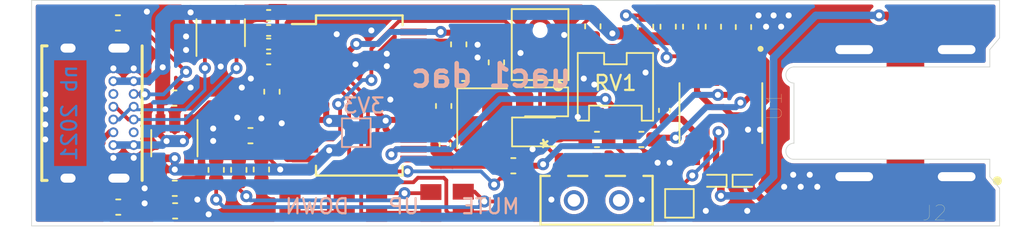
<source format=kicad_pcb>
(kicad_pcb (version 20171130) (host pcbnew 5.1.10)
  (layers (0 F.Cu signal) (31 B.Cu signal) (34 B.Paste user) (35 F.Paste user) (36 B.SilkS user hide) (37 F.SilkS user) (38 B.Mask user) (39 F.Mask user hide) (44 Edge.Cuts user))
  (net 0 "")
  (net 1 DAC_L)
  (net 2 "Net-(C1-Pad1)")
  (net 3 DAC_R)
  (net 4 "Net-(C2-Pad1)")
  (net 5 "Net-(C3-Pad2)")
  (net 6 "Net-(C3-Pad1)")
  (net 7 GND)
  (net 8 /DD_P)
  (net 9 +3V3)
  (net 10 /DD_N)
  (net 11 "Net-(C7-Pad2)")
  (net 12 "Net-(C8-Pad2)")
  (net 13 "Net-(C8-Pad1)")
  (net 14 "Net-(C11-Pad2)")
  (net 15 "Net-(C12-Pad2)")
  (net 16 "Net-(C17-Pad2)")
  (net 17 "Net-(D1-Pad2)")
  (net 18 "Net-(D2-Pad2)")
  (net 19 "Net-(D3-Pad2)")
  (net 20 VSS)
  (net 21 "Net-(D4-Pad1)")
  (net 22 VCC)
  (net 23 "Net-(J1-PadA5)")
  (net 24 /UD_P)
  (net 25 /UD_N)
  (net 26 "Net-(J1-PadA8)")
  (net 27 "Net-(J1-PadB5)")
  (net 28 "Net-(J1-PadB8)")
  (net 29 "Net-(MK1-Pad5)")
  (net 30 "Net-(MK1-Pad1)")
  (net 31 "Net-(R1-Pad2)")
  (net 32 "Net-(R8-Pad1)")
  (net 33 "Net-(R9-Pad1)")
  (net 34 "Net-(R10-Pad1)")
  (net 35 "Net-(SW2-Pad2)")
  (net 36 "Net-(SW3-Pad2)")
  (net 37 "Net-(SW4-Pad2)")
  (net 38 "Net-(TP1-Pad1)")
  (net 39 "Net-(U2-Pad6)")
  (net 40 "Net-(U2-Pad4)")
  (net 41 "Net-(U3-Pad25)")
  (net 42 "Net-(U3-Pad24)")
  (net 43 "Net-(R2-Pad1)")
  (net 44 "Net-(U3-Pad28)")
  (module dac:CUI_SJ-3502-SMT (layer F.Cu) (at 172 109 180)
    (fp_text reference J2 (at -2.67897 -6.64483) (layer F.SilkS) (effects (font (size 1.00148 1.00148) (thickness 0.015))))
    (fp_text value SJ-3502-SMT)
    (pad 1_4 thru_hole oval (at -4.15 4.225 180) (size 3.2 1.6) (drill oval 2.5 0.6) (layers *.Cu *.Mask) (net 7 GND))
    (pad 1_1 thru_hole oval (at 2.65 -4.225 180) (size 3.2 1.6) (drill oval 2.5 0.6) (layers *.Cu *.Mask) (net 7 GND))
    (pad 1_3 thru_hole oval (at -4.15 -4.225 180) (size 3.2 1.6) (drill oval 2.5 0.6) (layers *.Cu *.Mask) (net 7 GND))
    (pad 1_2 thru_hole oval (at 2.65 4.225 180) (size 3.2 1.6) (drill oval 2.5 0.6) (layers *.Cu *.Mask) (net 7 GND))
    (pad 3 smd rect (at -0.75 4.285 180) (size 2.5 2.43) (layers F.Cu F.Paste F.Mask) (net 21 "Net-(D4-Pad1)"))
    (pad 2 smd rect (at -0.75 -4.285 180) (size 2.5 2.43) (layers F.Cu F.Paste F.Mask) (net 19 "Net-(D3-Pad2)"))
  )
  (module Capacitor_SMD:C_0603_1608Metric (layer F.Cu) (at 124.225 108 180)
    (fp_text reference C14 hide)
    (fp_text value 10uF)
    (pad 2 smd roundrect (at 0.775 0 180) (size 0.9 0.95) (layers F.Cu F.Paste F.Mask) (net 22 VCC))
    (pad 1 smd roundrect (at -0.775 0 180) (size 0.9 0.95) (layers F.Cu F.Paste F.Mask) (net 7 GND))
  )
  (module Package_TO_SOT_SMD:SOT-23-6 (layer F.Cu) (at 127.3 103.65 90)
    (fp_text reference U2 hide)
    (fp_text value SRV05-4)
    (pad 1 smd rect (at -1.1 -0.95 90) (size 1.06 0.65) (layers F.Cu F.Paste F.Mask) (net 24 /UD_P))
    (pad 2 smd rect (at -1.1 0 90) (size 1.06 0.65) (layers F.Cu F.Paste F.Mask) (net 7 GND))
    (pad 3 smd rect (at -1.1 0.95 90) (size 1.06 0.65) (layers F.Cu F.Paste F.Mask) (net 25 /UD_N))
    (pad 4 smd rect (at 1.1 0.95 90) (size 1.06 0.65) (layers F.Cu F.Paste F.Mask) (net 40 "Net-(U2-Pad4)"))
    (pad 6 smd rect (at 1.1 -0.95 90) (size 1.06 0.65) (layers F.Cu F.Paste F.Mask) (net 39 "Net-(U2-Pad6)"))
    (pad 5 smd rect (at 1.1 0 90) (size 1.06 0.65) (layers F.Cu F.Paste F.Mask) (net 22 VCC))
  )
  (module TestPoint:TestPoint_Pad_1.5x1.5mm (layer B.Cu) (at 136.3 110.3)
    (fp_text reference 3V3 (at 0.5 -1.8) (layer B.SilkS) (effects (justify mirror)))
    (fp_text value 3V3)
    (pad 1 smd rect (at 0 0) (size 1.5 1.5) (layers B.Cu B.Mask) (net 9 +3V3))
  )
  (module dac:SOP63P602X175-16N (layer F.Cu) (at 160.5 109 270)
    (fp_text reference U1 (at -0.46 -3.5595 90) (layer F.SilkS) (effects (font (thickness 0.015))))
    (fp_text value MAX13330GEEV hide)
    (pad 1 smd rect (at -2.635 -2.2225 270) (size 1.64 0.41) (layers F.Cu F.Paste F.Mask) (net 2 "Net-(C1-Pad1)"))
    (pad 2 smd rect (at -2.635 -1.5875 270) (size 1.64 0.41) (layers F.Cu F.Paste F.Mask) (net 7 GND))
    (pad 3 smd rect (at -2.635 -0.9525 270) (size 1.64 0.41) (layers F.Cu F.Paste F.Mask) (net 4 "Net-(C2-Pad1)"))
    (pad 4 smd rect (at -2.635 -0.3175 270) (size 1.64 0.41) (layers F.Cu F.Paste F.Mask) (net 7 GND))
    (pad 5 smd rect (at -2.635 0.3175 270) (size 1.64 0.41) (layers F.Cu F.Paste F.Mask) (net 22 VCC))
    (pad 6 smd rect (at -2.635 0.9525 270) (size 1.64 0.41) (layers F.Cu F.Paste F.Mask) (net 31 "Net-(R1-Pad2)"))
    (pad 7 smd rect (at -2.635 1.5875 270) (size 1.64 0.41) (layers F.Cu F.Paste F.Mask) (net 11 "Net-(C7-Pad2)"))
    (pad 8 smd rect (at -2.635 2.2225 270) (size 1.64 0.41) (layers F.Cu F.Paste F.Mask) (net 5 "Net-(C3-Pad2)"))
    (pad 9 smd rect (at 2.635 2.2225 270) (size 1.64 0.41) (layers F.Cu F.Paste F.Mask) (net 7 GND))
    (pad 10 smd rect (at 2.635 1.5875 270) (size 1.64 0.41) (layers F.Cu F.Paste F.Mask) (net 6 "Net-(C3-Pad1)"))
    (pad 11 smd rect (at 2.635 0.9525 270) (size 1.64 0.41) (layers F.Cu F.Paste F.Mask) (net 20 VSS))
    (pad 12 smd rect (at 2.635 0.3175 270) (size 1.64 0.41) (layers F.Cu F.Paste F.Mask) (net 38 "Net-(TP1-Pad1)"))
    (pad 13 smd rect (at 2.635 -0.3175 270) (size 1.64 0.41) (layers F.Cu F.Paste F.Mask) (net 21 "Net-(D4-Pad1)"))
    (pad 14 smd rect (at 2.635 -0.9525 270) (size 1.64 0.41) (layers F.Cu F.Paste F.Mask) (net 20 VSS))
    (pad 15 smd rect (at 2.635 -1.5875 270) (size 1.64 0.41) (layers F.Cu F.Paste F.Mask) (net 7 GND))
    (pad 16 smd rect (at 2.635 -2.2225 270) (size 1.64 0.41) (layers F.Cu F.Paste F.Mask) (net 19 "Net-(D3-Pad2)"))
  )
  (module Crystal:Crystal_SMD_3225-4Pin_3.2x2.5mm (layer F.Cu) (at 144.65 109.35 270)
    (fp_text reference Y1 hide)
    (fp_text value 12MHz hide)
    (pad 4 smd rect (at -1.1 -0.85 270) (size 1.4 1.2) (layers F.Cu F.Paste F.Mask) (net 7 GND))
    (pad 3 smd rect (at 1.1 -0.85 270) (size 1.4 1.2) (layers F.Cu F.Paste F.Mask) (net 15 "Net-(C12-Pad2)"))
    (pad 2 smd rect (at 1.1 0.85 270) (size 1.4 1.2) (layers F.Cu F.Paste F.Mask) (net 7 GND))
    (pad 1 smd rect (at -1.1 0.85 270) (size 1.4 1.2) (layers F.Cu F.Paste F.Mask) (net 14 "Net-(C11-Pad2)"))
  )
  (module Package_TO_SOT_SMD:TSOT-23-5 (layer F.Cu) (at 124.25 111 270)
    (fp_text reference U4 hide)
    (fp_text value NCV8161ASN330T1G)
    (pad 5 smd rect (at 1.31 -0.95 270) (size 1.22 0.65) (layers F.Cu F.Paste F.Mask))
    (pad 4 smd rect (at 1.31 0.95 270) (size 1.22 0.65) (layers F.Cu F.Paste F.Mask) (net 9 +3V3))
    (pad 3 smd rect (at -1.31 0.95 270) (size 1.22 0.65) (layers F.Cu F.Paste F.Mask) (net 22 VCC))
    (pad 2 smd rect (at -1.31 0 270) (size 1.22 0.65) (layers F.Cu F.Paste F.Mask) (net 7 GND))
    (pad 1 smd rect (at -1.31 -0.95 270) (size 1.22 0.65) (layers F.Cu F.Paste F.Mask) (net 22 VCC))
  )
  (module Package_SO:SSOP-28_5.3x10.2mm_P0.65mm (layer F.Cu) (at 136.5 107.825)
    (fp_text reference U3 hide)
    (fp_text value PCM2903C_ordered hide)
    (pad 28 smd rect (at 3.6 -4.225) (size 1.75 0.45) (layers F.Cu F.Paste F.Mask) (net 44 "Net-(U3-Pad28)"))
    (pad 27 smd rect (at 3.6 -3.575) (size 1.75 0.45) (layers F.Cu F.Paste F.Mask) (net 9 +3V3))
    (pad 26 smd rect (at 3.6 -2.925) (size 1.75 0.45) (layers F.Cu F.Paste F.Mask) (net 7 GND))
    (pad 25 smd rect (at 3.6 -2.275) (size 1.75 0.45) (layers F.Cu F.Paste F.Mask) (net 41 "Net-(U3-Pad25)"))
    (pad 24 smd rect (at 3.6 -1.625) (size 1.75 0.45) (layers F.Cu F.Paste F.Mask) (net 42 "Net-(U3-Pad24)"))
    (pad 23 smd rect (at 3.6 -0.975) (size 1.75 0.45) (layers F.Cu F.Paste F.Mask) (net 9 +3V3))
    (pad 22 smd rect (at 3.6 -0.325) (size 1.75 0.45) (layers F.Cu F.Paste F.Mask) (net 7 GND))
    (pad 21 smd rect (at 3.6 0.325) (size 1.75 0.45) (layers F.Cu F.Paste F.Mask) (net 14 "Net-(C11-Pad2)"))
    (pad 20 smd rect (at 3.6 0.975) (size 1.75 0.45) (layers F.Cu F.Paste F.Mask) (net 15 "Net-(C12-Pad2)"))
    (pad 19 smd rect (at 3.6 1.625) (size 1.75 0.45) (layers F.Cu F.Paste F.Mask) (net 9 +3V3))
    (pad 18 smd rect (at 3.6 2.275) (size 1.75 0.45) (layers F.Cu F.Paste F.Mask) (net 7 GND))
    (pad 17 smd rect (at 3.6 2.925) (size 1.75 0.45) (layers F.Cu F.Paste F.Mask) (net 9 +3V3))
    (pad 16 smd rect (at 3.6 3.575) (size 1.75 0.45) (layers F.Cu F.Paste F.Mask) (net 1 DAC_L))
    (pad 15 smd rect (at 3.6 4.225) (size 1.75 0.45) (layers F.Cu F.Paste F.Mask) (net 3 DAC_R))
    (pad 14 smd rect (at -3.6 4.225) (size 1.75 0.45) (layers F.Cu F.Paste F.Mask) (net 16 "Net-(C17-Pad2)"))
    (pad 13 smd rect (at -3.6 3.575) (size 1.75 0.45) (layers F.Cu F.Paste F.Mask) (net 13 "Net-(C8-Pad1)"))
    (pad 12 smd rect (at -3.6 2.925) (size 1.75 0.45) (layers F.Cu F.Paste F.Mask) (net 13 "Net-(C8-Pad1)"))
    (pad 11 smd rect (at -3.6 2.275) (size 1.75 0.45) (layers F.Cu F.Paste F.Mask) (net 7 GND))
    (pad 10 smd rect (at -3.6 1.625) (size 1.75 0.45) (layers F.Cu F.Paste F.Mask) (net 9 +3V3))
    (pad 9 smd rect (at -3.6 0.975) (size 1.75 0.45) (layers F.Cu F.Paste F.Mask) (net 22 VCC))
    (pad 8 smd rect (at -3.6 0.325) (size 1.75 0.45) (layers F.Cu F.Paste F.Mask) (net 9 +3V3))
    (pad 7 smd rect (at -3.6 -0.325) (size 1.75 0.45) (layers F.Cu F.Paste F.Mask) (net 37 "Net-(SW4-Pad2)"))
    (pad 6 smd rect (at -3.6 -0.975) (size 1.75 0.45) (layers F.Cu F.Paste F.Mask) (net 36 "Net-(SW3-Pad2)"))
    (pad 5 smd rect (at -3.6 -1.625) (size 1.75 0.45) (layers F.Cu F.Paste F.Mask) (net 35 "Net-(SW2-Pad2)"))
    (pad 4 smd rect (at -3.6 -2.275) (size 1.75 0.45) (layers F.Cu F.Paste F.Mask) (net 7 GND))
    (pad 3 smd rect (at -3.6 -2.925) (size 1.75 0.45) (layers F.Cu F.Paste F.Mask) (net 9 +3V3))
    (pad 2 smd rect (at -3.6 -3.575) (size 1.75 0.45) (layers F.Cu F.Paste F.Mask) (net 10 /DD_N))
    (pad 1 smd rect (at -3.6 -4.225) (size 1.75 0.45) (layers F.Cu F.Paste F.Mask) (net 8 /DD_P))
  )
  (module TestPoint:TestPoint_Pad_1.5x1.5mm (layer F.Cu) (at 157.75 115)
    (fp_text reference TP1 hide)
    (fp_text value diag)
    (pad 1 smd rect (at 0 0) (size 1.5 1.5) (layers F.Cu F.Mask) (net 38 "Net-(TP1-Pad1)"))
  )
  (module dac:EVQ-P7K01P (layer F.Cu) (at 133.7 113.5)
    (fp_text reference SW4 hide)
    (fp_text value "VOL DN")
    (pad 2 smd rect (at 1.8 2.175) (size 1.4 1.05) (layers F.Cu F.Paste F.Mask) (net 37 "Net-(SW4-Pad2)"))
    (pad 2 smd rect (at -1.8 2.175) (size 1.4 1.05) (layers F.Cu F.Paste F.Mask) (net 37 "Net-(SW4-Pad2)"))
    (pad 1 smd rect (at 1.8 0.725) (size 1.4 1.05) (layers F.Cu F.Paste F.Mask) (net 34 "Net-(R10-Pad1)"))
    (pad 1 smd rect (at -1.8 0.725) (size 1.4 1.05) (layers F.Cu F.Paste F.Mask) (net 34 "Net-(R10-Pad1)"))
  )
  (module dac:EVQ-P7K01P (layer F.Cu) (at 139.45 113.525)
    (fp_text reference SW3 hide)
    (fp_text value "VOL UP")
    (pad 2 smd rect (at 1.8 2.175) (size 1.4 1.05) (layers F.Cu F.Paste F.Mask) (net 36 "Net-(SW3-Pad2)"))
    (pad 2 smd rect (at -1.8 2.175) (size 1.4 1.05) (layers F.Cu F.Paste F.Mask) (net 36 "Net-(SW3-Pad2)"))
    (pad 1 smd rect (at 1.8 0.725) (size 1.4 1.05) (layers F.Cu F.Paste F.Mask) (net 33 "Net-(R9-Pad1)"))
    (pad 1 smd rect (at -1.8 0.725) (size 1.4 1.05) (layers F.Cu F.Paste F.Mask) (net 33 "Net-(R9-Pad1)"))
  )
  (module dac:EVQ-P7K01P (layer F.Cu) (at 145.2 113.5)
    (fp_text reference SW2 hide)
    (fp_text value MUTE)
    (pad 2 smd rect (at 1.8 2.175) (size 1.4 1.05) (layers F.Cu F.Paste F.Mask) (net 35 "Net-(SW2-Pad2)"))
    (pad 2 smd rect (at -1.8 2.175) (size 1.4 1.05) (layers F.Cu F.Paste F.Mask) (net 35 "Net-(SW2-Pad2)"))
    (pad 1 smd rect (at 1.8 0.725) (size 1.4 1.05) (layers F.Cu F.Paste F.Mask) (net 32 "Net-(R8-Pad1)"))
    (pad 1 smd rect (at -1.8 0.725) (size 1.4 1.05) (layers F.Cu F.Paste F.Mask) (net 32 "Net-(R8-Pad1)"))
  )
  (module dac:AYZ0102AGRLC (layer F.Cu) (at 152.25 114.8 90)
    (fp_text reference SW1 hide)
    (fp_text value mic_mute hide)
    (fp_text user * (at 3.7846 -3.1496 90) (layer F.SilkS))
    (fp_text user * (at 3.7846 -3.1496 90) (layer F.SilkS))
    (pad 5 thru_hole circle (at 0.0004 -1.5 90) (size 1.3462 1.3462) (drill 0.8382) (layers *.Cu *.Mask))
    (pad 4 thru_hole circle (at 0.0004 1.5 90) (size 1.3462 1.3462) (drill 0.8382) (layers *.Cu *.Mask))
    (pad 3 smd rect (at 2.1971 2.5 90) (size 1.905 0.5588) (layers F.Cu F.Paste F.Mask) (net 43 "Net-(R2-Pad1)"))
    (pad 2 smd rect (at 2.1971 0 90) (size 1.905 0.5588) (layers F.Cu F.Paste F.Mask) (net 9 +3V3))
    (pad 1 smd rect (at 2.1971 -2.5 90) (size 1.905 0.5588) (layers F.Cu F.Paste F.Mask) (net 29 "Net-(MK1-Pad5)"))
  )
  (module dac:ST-4EA (layer F.Cu) (at 153.5 107)
    (fp_text reference RV1 (at 0 0) (layer F.SilkS))
    (fp_text value R_POT_US)
    (pad 3 smd rect (at -1.175 2.25) (size 0.8 1.2) (layers F.Cu F.Paste F.Mask) (net 7 GND))
    (pad 1 smd rect (at 1.175 2.25) (size 0.8 1.2) (layers F.Cu F.Paste F.Mask) (net 30 "Net-(MK1-Pad1)"))
    (pad 2 smd rect (at 0 -2) (size 1.2 1.2) (layers F.Cu F.Paste F.Mask) (net 12 "Net-(C8-Pad2)"))
  )
  (module Capacitor_SMD:C_0603_1608Metric (layer F.Cu) (at 142.1 108.525 270)
    (fp_text reference R11 hide)
    (fp_text value 1M)
    (pad 2 smd roundrect (at 0.775 0 270) (size 0.9 0.95) (layers F.Cu F.Paste F.Mask) (net 15 "Net-(C12-Pad2)"))
    (pad 1 smd roundrect (at -0.775 0 270) (size 0.9 0.95) (layers F.Cu F.Paste F.Mask) (net 14 "Net-(C11-Pad2)"))
  )
  (module Capacitor_SMD:C_0603_1608Metric (layer F.Cu) (at 130 112.75 90)
    (fp_text reference R10 hide)
    (fp_text value 10k)
    (pad 2 smd roundrect (at 0.775 0 90) (size 0.9 0.95) (layers F.Cu F.Paste F.Mask) (net 9 +3V3))
    (pad 1 smd roundrect (at -0.775 0 90) (size 0.9 0.95) (layers F.Cu F.Paste F.Mask) (net 34 "Net-(R10-Pad1)"))
  )
  (module Capacitor_SMD:C_0603_1608Metric (layer F.Cu) (at 128.5 112.775 90)
    (fp_text reference R9 hide)
    (fp_text value 10k)
    (pad 2 smd roundrect (at 0.775 0 90) (size 0.9 0.95) (layers F.Cu F.Paste F.Mask) (net 9 +3V3))
    (pad 1 smd roundrect (at -0.775 0 90) (size 0.9 0.95) (layers F.Cu F.Paste F.Mask) (net 33 "Net-(R9-Pad1)"))
  )
  (module Capacitor_SMD:C_0603_1608Metric (layer F.Cu) (at 127 112.775 90)
    (fp_text reference R8 hide)
    (fp_text value 10k)
    (pad 2 smd roundrect (at 0.775 0 90) (size 0.9 0.95) (layers F.Cu F.Paste F.Mask) (net 9 +3V3))
    (pad 1 smd roundrect (at -0.775 0 90) (size 0.9 0.95) (layers F.Cu F.Paste F.Mask) (net 32 "Net-(R8-Pad1)"))
  )
  (module Capacitor_SMD:C_0402_1005Metric_Pad0.74x0.62mm_HandSolder (layer F.Cu) (at 130.4825 104.4 180)
    (fp_text reference R7 hide)
    (fp_text value 22)
    (pad 1 smd roundrect (at -0.5675 0 180) (size 0.735 0.62) (layers F.Cu F.Paste F.Mask) (net 10 /DD_N))
    (pad 2 smd roundrect (at 0.5675 0 180) (size 0.735 0.62) (layers F.Cu F.Paste F.Mask) (net 25 /UD_N))
  )
  (module Capacitor_SMD:C_0402_1005Metric_Pad0.74x0.62mm_HandSolder (layer F.Cu) (at 130.4825 103.5 180)
    (fp_text reference R6 hide)
    (fp_text value 22)
    (pad 2 smd roundrect (at 0.5675 0 180) (size 0.735 0.62) (layers F.Cu F.Paste F.Mask) (net 24 /UD_P))
    (pad 1 smd roundrect (at -0.5675 0 180) (size 0.735 0.62) (layers F.Cu F.Paste F.Mask) (net 8 /DD_P))
  )
  (module Capacitor_SMD:C_0603_1608Metric (layer F.Cu) (at 120.475 103 180)
    (fp_text reference R5 hide)
    (fp_text value 5.1k)
    (pad 2 smd roundrect (at 0.775 0 180) (size 0.9 0.95) (layers F.Cu F.Paste F.Mask) (net 7 GND))
    (pad 1 smd roundrect (at -0.775 0 180) (size 0.9 0.95) (layers F.Cu F.Paste F.Mask) (net 23 "Net-(J1-PadA5)"))
  )
  (module Capacitor_SMD:C_0603_1608Metric (layer F.Cu) (at 145.6 105.625 90)
    (fp_text reference R4 hide)
    (fp_text value 165R)
    (pad 2 smd roundrect (at 0.775 0 90) (size 0.9 0.95) (layers F.Cu F.Paste F.Mask) (net 29 "Net-(MK1-Pad5)"))
    (pad 1 smd roundrect (at -0.775 0 90) (size 0.9 0.95) (layers F.Cu F.Paste F.Mask) (net 17 "Net-(D1-Pad2)"))
  )
  (module Capacitor_SMD:C_0603_1608Metric (layer F.Cu) (at 120.5 115.25)
    (fp_text reference R3 hide)
    (fp_text value 5.1k)
    (pad 2 smd roundrect (at 0.775 0) (size 0.9 0.95) (layers F.Cu F.Paste F.Mask) (net 7 GND))
    (pad 1 smd roundrect (at -0.775 0) (size 0.9 0.95) (layers F.Cu F.Paste F.Mask) (net 27 "Net-(J1-PadB5)"))
  )
  (module Capacitor_SMD:C_0603_1608Metric (layer F.Cu) (at 152.275 110.75 180)
    (fp_text reference R2 hide)
    (fp_text value 165R)
    (pad 2 smd roundrect (at 0.775 0 180) (size 0.9 0.95) (layers F.Cu F.Paste F.Mask) (net 18 "Net-(D2-Pad2)"))
    (pad 1 smd roundrect (at -0.775 0 180) (size 0.9 0.95) (layers F.Cu F.Paste F.Mask) (net 43 "Net-(R2-Pad1)"))
  )
  (module Capacitor_SMD:C_0603_1608Metric (layer F.Cu) (at 155.5 103.25 90)
    (fp_text reference R1 hide)
    (fp_text value 10k)
    (pad 2 smd roundrect (at 0.775 0 90) (size 0.9 0.95) (layers F.Cu F.Paste F.Mask) (net 31 "Net-(R1-Pad2)"))
    (pad 1 smd roundrect (at -0.775 0 90) (size 0.9 0.95) (layers F.Cu F.Paste F.Mask) (net 22 VCC))
  )
  (module dac:MIC_ICS-40300 (layer F.Cu) (at 148.5 103.5 180)
    (fp_text reference MK1 hide)
    (fp_text value ICS-40300)
    (fp_poly (pts (xy -0.01 -0.84) (xy -0.01 -0.55) (xy -0.02 -0.55) (xy -0.047675 -0.548777) (xy -0.075821 -0.546067) (xy -0.103786 -0.541887) (xy -0.131494 -0.53625) (xy -0.15887 -0.52917) (xy -0.185837 -0.520668) (xy -0.212322 -0.510765) (xy -0.238253 -0.49949) (xy -0.263558 -0.486873) (xy -0.288168 -0.47295) (xy -0.312016 -0.457757) (xy -0.335036 -0.441337) (xy -0.357165 -0.423735) (xy -0.378342 -0.404999) (xy -0.39851 -0.38518) (xy -0.417613 -0.364333) (xy -0.435599 -0.342514) (xy -0.452418 -0.319784) (xy -0.468024 -0.296205) (xy -0.482376 -0.271842) (xy -0.495432 -0.246761) (xy -0.507158 -0.221031) (xy -0.517521 -0.194723) (xy -0.526493 -0.167908) (xy -0.53405 -0.14066) (xy -0.54017 -0.113055) (xy -0.544836 -0.085166) (xy -0.548037 -0.057072) (xy -0.549764 -0.028849) (xy -0.55 0) (xy -0.549246 0.028785) (xy -0.546987 0.057491) (xy -0.543229 0.086039) (xy -0.537981 0.114351) (xy -0.531259 0.14235) (xy -0.523081 0.169959) (xy -0.513469 0.197102) (xy -0.50245 0.223705) (xy -0.490054 0.249695) (xy -0.476314 0.275) (xy -0.461269 0.299551) (xy -0.444959 0.323282) (xy -0.42743 0.346126) (xy -0.40873 0.368022) (xy -0.388909 0.388909) (xy -0.368022 0.40873) (xy -0.346126 0.42743) (xy -0.323282 0.444959) (xy -0.299551 0.461269) (xy -0.275 0.476314) (xy -0.249695 0.490054) (xy -0.223705 0.50245) (xy -0.197102 0.513469) (xy -0.169959 0.523081) (xy -0.14235 0.531259) (xy -0.114351 0.537981) (xy -0.086039 0.543229) (xy -0.057491 0.546987) (xy -0.028785 0.549246) (xy 0 0.55) (xy 0.033716 0.548671) (xy 0.06264 0.545885) (xy 0.091379 0.54159) (xy 0.119853 0.535797) (xy 0.147985 0.528522) (xy 0.175698 0.519784) (xy 0.202915 0.509608) (xy 0.229563 0.498021) (xy 0.255567 0.485056) (xy 0.280858 0.470747) (xy 0.305365 0.455135) (xy 0.329021 0.438261) (xy 0.351762 0.420172) (xy 0.373524 0.400918) (xy 0.39425 0.380551) (xy 0.413881 0.359128) (xy 0.432364 0.336706) (xy 0.449648 0.313348) (xy 0.465686 0.289117) (xy 0.480434 0.26408) (xy 0.493851 0.238306) (xy 0.505901 0.211865) (xy 0.516551 0.184829) (xy 0.525771 0.157273) (xy 0.533536 0.129272) (xy 0.539825 0.100903) (xy 0.544621 0.072244) (xy 0.54791 0.043373) (xy 0.549684 0.01437) (xy 0.55 -0.01) (xy 0.54926 -0.038261) (xy 0.547042 -0.066445) (xy 0.543352 -0.094475) (xy 0.5382 -0.122272) (xy 0.5316 -0.149762) (xy 0.523571 -0.176869) (xy 0.514133 -0.203519) (xy 0.503315 -0.229638) (xy 0.491144 -0.255155) (xy 0.477654 -0.28) (xy 0.462882 -0.304105) (xy 0.446869 -0.327404) (xy 0.429659 -0.349833) (xy 0.411298 -0.371331) (xy 0.391838 -0.391838) (xy 0.371331 -0.411298) (xy 0.349833 -0.429659) (xy 0.327404 -0.446869) (xy 0.304105 -0.462882) (xy 0.28 -0.477654) (xy 0.255155 -0.491144) (xy 0.229638 -0.503315) (xy 0.203519 -0.514133) (xy 0.176869 -0.523571) (xy 0.149762 -0.5316) (xy 0.122272 -0.5382) (xy 0.094475 -0.543352) (xy 0.066445 -0.547042) (xy 0.038261 -0.54926) (xy 0.01 -0.55) (xy 0.01 -0.84) (xy 0.058178 -0.838884) (xy 0.101238 -0.835496) (xy 0.144061 -0.829858) (xy 0.18653 -0.821987) (xy 0.22853 -0.811903) (xy 0.269944 -0.799636) (xy 0.310659 -0.785218) (xy 0.350564 -0.768689) (xy 0.389549 -0.750094) (xy 0.427508 -0.729484) (xy 0.464335 -0.706916) (xy 0.499932 -0.682451) (xy 0.534199 -0.656157) (xy 0.567043 -0.628106) (xy 0.598374 -0.598374) (xy 0.628106 -0.567043) (xy 0.656157 -0.534199) (xy 0.682451 -0.499932) (xy 0.706916 -0.464335) (xy 0.729484 -0.427508) (xy 0.750094 -0.389549) (xy 0.768689 -0.350564) (xy 0.785218 -0.310659) (xy 0.799636 -0.269944) (xy 0.811903 -0.22853) (xy 0.821987 -0.18653) (xy 0.829858 -0.144061) (xy 0.835496 -0.101238) (xy 0.838884 -0.058178) (xy 0.84 -0.02) (xy 0.84 0.01) (xy 0.838863 0.053439) (xy 0.835453 0.096759) (xy 0.829781 0.139841) (xy 0.821863 0.182567) (xy 0.811718 0.22482) (xy 0.799377 0.266484) (xy 0.784872 0.307445) (xy 0.768243 0.347591) (xy 0.749535 0.386812) (xy 0.728801 0.425) (xy 0.706097 0.46205) (xy 0.681484 0.497862) (xy 0.655031 0.532336) (xy 0.62681 0.565378) (xy 0.596899 0.596899) (xy 0.565378 0.62681) (xy 0.532336 0.655031) (xy 0.497862 0.681484) (xy 0.46205 0.706097) (xy 0.425 0.728801) (xy 0.386812 0.749535) (xy 0.347591 0.768243) (xy 0.307445 0.784872) (xy 0.266484 0.799377) (xy 0.22482 0.811718) (xy 0.182567 0.821863) (xy 0.139841 0.829781) (xy 0.096759 0.835453) (xy 0.053439 0.838863) (xy 0.01 0.84) (xy -0.034486 0.838835) (xy -0.078849 0.835344) (xy -0.122969 0.829535) (xy -0.166725 0.821425) (xy -0.209996 0.811037) (xy -0.252664 0.798398) (xy -0.294613 0.783543) (xy -0.335726 0.766514) (xy -0.375892 0.747356) (xy -0.415 0.726122) (xy -0.452943 0.70287) (xy -0.489617 0.677664) (xy -0.524922 0.650574) (xy -0.558761 0.621673) (xy -0.591041 0.591041) (xy -0.621673 0.558761) (xy -0.650574 0.524922) (xy -0.677664 0.489617) (xy -0.70287 0.452943) (xy -0.726122 0.415) (xy -0.747356 0.375892) (xy -0.766514 0.335726) (xy -0.783543 0.294613) (xy -0.798398 0.252664) (xy -0.811037 0.209996) (xy -0.821425 0.166725) (xy -0.829535 0.122969) (xy -0.835344 0.078849) (xy -0.838835 0.034486) (xy -0.84 -0.01) (xy -0.84 -0.02) (xy -0.838884 -0.058178) (xy -0.835496 -0.101238) (xy -0.829858 -0.144061) (xy -0.821987 -0.18653) (xy -0.811903 -0.22853) (xy -0.799636 -0.269944) (xy -0.785218 -0.310659) (xy -0.768689 -0.350564) (xy -0.750094 -0.389549) (xy -0.729484 -0.427508) (xy -0.706916 -0.464335) (xy -0.682451 -0.499932) (xy -0.656157 -0.534199) (xy -0.628106 -0.567043) (xy -0.598374 -0.598374) (xy -0.567043 -0.628106) (xy -0.534199 -0.656157) (xy -0.499932 -0.682451) (xy -0.464335 -0.706916) (xy -0.427508 -0.729484) (xy -0.389549 -0.750094) (xy -0.350564 -0.768689) (xy -0.310659 -0.785218) (xy -0.269944 -0.799636) (xy -0.22853 -0.811903) (xy -0.18653 -0.821987) (xy -0.144061 -0.829858) (xy -0.101238 -0.835496) (xy -0.058178 -0.838884) (xy -0.01 -0.84)) (layer F.Cu) (width 0.001))
    (pad 5 smd circle (at 1.2 -2.62 180) (size 0.9 0.9) (layers F.Cu F.Mask) (net 29 "Net-(MK1-Pad5)"))
    (pad 6 smd circle (at 0 -2.62 180) (size 0.9 0.9) (layers F.Cu F.Mask) (net 7 GND))
    (pad 1 smd circle (at -1.2 -2.62 180) (size 0.9 0.9) (layers F.Cu F.Mask) (net 30 "Net-(MK1-Pad1)"))
    (pad 4 smd circle (at 1.27 0.79 180) (size 0.7 0.7) (layers F.Cu F.Mask) (net 7 GND))
    (pad 2 smd circle (at -1.27 0.79 180) (size 0.7 0.7) (layers F.Cu F.Mask) (net 7 GND))
    (pad 3 smd circle (at 0 0.69 180) (size 0.1 0.1) (layers F.Cu) (net 7 GND))
    (pad None np_thru_hole circle (at 0 0 180) (size 0.5 0.5) (drill 0.5) (layers *.Cu *.Mask))
  )
  (module dac:GCT_USB4085 (layer F.Cu) (at 117.5 109 270)
    (fp_text reference J1 hide)
    (fp_text value USB_C_Receptacle_USB2.0)
    (pad S1 thru_hole oval (at -4.325 0.335 270) (size 1.108 2.216) (drill oval 0.6 1) (layers *.Cu *.Mask) (net 7 GND))
    (pad S1 thru_hole oval (at 4.325 0.335 270) (size 1.108 2.216) (drill oval 0.6 1) (layers *.Cu *.Mask) (net 7 GND))
    (pad S1 thru_hole oval (at 4.325 -3.045 270) (size 1.108 2.216) (drill oval 0.6 1.4) (layers *.Cu *.Mask) (net 7 GND))
    (pad S1 thru_hole oval (at -4.325 -3.045 270) (size 1.108 2.216) (drill oval 0.6 1.4) (layers *.Cu *.Mask) (net 7 GND))
    (pad B12 thru_hole circle (at -2.975 -2.675 270) (size 0.65 0.65) (drill 0.4) (layers *.Cu *.Mask) (net 7 GND))
    (pad B9 thru_hole circle (at -2.125 -2.675 270) (size 0.65 0.65) (drill 0.4) (layers *.Cu *.Mask) (net 22 VCC))
    (pad B8 thru_hole circle (at -1.275 -2.675 270) (size 0.65 0.65) (drill 0.4) (layers *.Cu *.Mask) (net 28 "Net-(J1-PadB8)"))
    (pad B7 thru_hole circle (at -0.425 -2.675 270) (size 0.65 0.65) (drill 0.4) (layers *.Cu *.Mask) (net 25 /UD_N))
    (pad B6 thru_hole circle (at 0.425 -2.675 270) (size 0.65 0.65) (drill 0.4) (layers *.Cu *.Mask) (net 24 /UD_P))
    (pad B5 thru_hole circle (at 1.275 -2.675 270) (size 0.65 0.65) (drill 0.4) (layers *.Cu *.Mask) (net 27 "Net-(J1-PadB5)"))
    (pad B4 thru_hole circle (at 2.125 -2.675 270) (size 0.65 0.65) (drill 0.4) (layers *.Cu *.Mask) (net 22 VCC))
    (pad B1 thru_hole circle (at 2.975 -2.675 270) (size 0.65 0.65) (drill 0.4) (layers *.Cu *.Mask) (net 7 GND))
    (pad A12 thru_hole circle (at 2.975 -4.025 270) (size 0.65 0.65) (drill 0.4) (layers *.Cu *.Mask) (net 7 GND))
    (pad A9 thru_hole circle (at 2.125 -4.025 270) (size 0.65 0.65) (drill 0.4) (layers *.Cu *.Mask) (net 22 VCC))
    (pad A8 thru_hole circle (at 1.275 -4.025 270) (size 0.65 0.65) (drill 0.4) (layers *.Cu *.Mask) (net 26 "Net-(J1-PadA8)"))
    (pad A7 thru_hole circle (at 0.425 -4.025 270) (size 0.65 0.65) (drill 0.4) (layers *.Cu *.Mask) (net 25 /UD_N))
    (pad A6 thru_hole circle (at -0.425 -4.025 270) (size 0.65 0.65) (drill 0.4) (layers *.Cu *.Mask) (net 24 /UD_P))
    (pad A5 thru_hole circle (at -1.275 -4.025 270) (size 0.65 0.65) (drill 0.4) (layers *.Cu *.Mask) (net 23 "Net-(J1-PadA5)"))
    (pad A4 thru_hole circle (at -2.125 -4.025 270) (size 0.65 0.65) (drill 0.4) (layers *.Cu *.Mask) (net 22 VCC))
    (pad A1 thru_hole circle (at -2.975 -4.025 270) (size 0.65 0.65) (drill 0.4) (layers *.Cu *.Mask) (net 7 GND))
  )
  (module Diode_SMD:D_SOD-923 (layer F.Cu) (at 160.08 113.5 180)
    (fp_text reference D4 hide)
    (fp_text value ESD9B5.0ST5G)
    (pad 2 smd rect (at 0.42 0) (size 0.36 0.25) (layers F.Cu F.Paste F.Mask) (net 20 VSS))
    (pad 1 smd rect (at -0.42 0) (size 0.36 0.25) (layers F.Cu F.Paste F.Mask) (net 21 "Net-(D4-Pad1)"))
  )
  (module Diode_SMD:D_SOD-923 (layer F.Cu) (at 162.08 113.5)
    (fp_text reference D3 hide)
    (fp_text value ESD9B5.0ST5G)
    (pad 2 smd rect (at 0.42 0 180) (size 0.36 0.25) (layers F.Cu F.Paste F.Mask) (net 19 "Net-(D3-Pad2)"))
    (pad 1 smd rect (at -0.42 0 180) (size 0.36 0.25) (layers F.Cu F.Paste F.Mask) (net 20 VSS))
  )
  (module LED_SMD:LED_0805_2012Metric_Pad1.15x1.40mm_HandSolder (layer F.Cu) (at 148.5 110.25)
    (fp_text reference D2 hide)
    (fp_text value RLED)
    (pad 2 smd roundrect (at 1.025 0) (size 1.15 1.4) (layers F.Cu F.Paste F.Mask) (roundrect_rratio 0.2173904347826087) (net 18 "Net-(D2-Pad2)"))
    (pad 1 smd roundrect (at -1.025 0) (size 1.15 1.4) (layers F.Cu F.Paste F.Mask) (roundrect_rratio 0.2173904347826087) (net 7 GND))
  )
  (module LED_SMD:LED_0805_2012Metric_Pad1.15x1.40mm_HandSolder (layer F.Cu) (at 148.5 108.25 180)
    (fp_text reference D1 hide)
    (fp_text value GLED)
    (pad 2 smd roundrect (at 1.025 0 180) (size 1.15 1.4) (layers F.Cu F.Paste F.Mask) (roundrect_rratio 0.2173904347826087) (net 17 "Net-(D1-Pad2)"))
    (pad 1 smd roundrect (at -1.025 0 180) (size 1.15 1.4) (layers F.Cu F.Paste F.Mask) (roundrect_rratio 0.2173904347826087) (net 7 GND))
  )
  (module Capacitor_SMD:C_0603_1608Metric (layer F.Cu) (at 124.25 114)
    (fp_text reference C18 hide)
    (fp_text value 10uF)
    (pad 2 smd roundrect (at 0.775 0) (size 0.9 0.95) (layers F.Cu F.Paste F.Mask) (net 7 GND))
    (pad 1 smd roundrect (at -0.775 0) (size 0.9 0.95) (layers F.Cu F.Paste F.Mask) (net 9 +3V3))
  )
  (module Capacitor_SMD:C_0603_1608Metric (layer F.Cu) (at 129.275 110.5)
    (fp_text reference C17 hide)
    (fp_text value 10uF)
    (pad 2 smd roundrect (at 0.775 0) (size 0.9 0.95) (layers F.Cu F.Paste F.Mask) (net 16 "Net-(C17-Pad2)"))
    (pad 1 smd roundrect (at -0.775 0) (size 0.9 0.95) (layers F.Cu F.Paste F.Mask) (net 7 GND))
  )
  (module Capacitor_SMD:C_0603_1608Metric (layer F.Cu) (at 124.275 115.5 180)
    (fp_text reference C16 hide)
    (fp_text value 10uF)
    (pad 2 smd roundrect (at 0.775 0 180) (size 0.9 0.95) (layers F.Cu F.Paste F.Mask) (net 9 +3V3))
    (pad 1 smd roundrect (at -0.775 0 180) (size 0.9 0.95) (layers F.Cu F.Paste F.Mask) (net 7 GND))
  )
  (module Capacitor_SMD:C_0603_1608Metric (layer F.Cu) (at 143.1 104.425 90)
    (fp_text reference C15 hide)
    (fp_text value 10uF)
    (pad 2 smd roundrect (at 0.775 0 90) (size 0.9 0.95) (layers F.Cu F.Paste F.Mask) (net 9 +3V3))
    (pad 1 smd roundrect (at -0.775 0 90) (size 0.9 0.95) (layers F.Cu F.Paste F.Mask) (net 7 GND))
  )
  (module Capacitor_SMD:C_0603_1608Metric (layer F.Cu) (at 157 103.25 270)
    (fp_text reference C13 hide)
    (fp_text value 10uF)
    (pad 2 smd roundrect (at 0.775 0 270) (size 0.9 0.95) (layers F.Cu F.Paste F.Mask) (net 22 VCC))
    (pad 1 smd roundrect (at -0.775 0 270) (size 0.9 0.95) (layers F.Cu F.Paste F.Mask) (net 7 GND))
  )
  (module Capacitor_SMD:C_0402_1005Metric_Pad0.74x0.62mm_HandSolder (layer F.Cu) (at 142.19 111.0875 90)
    (fp_text reference C12 hide)
    (fp_text value 16pF)
    (pad 1 smd roundrect (at -0.5675 0 90) (size 0.735 0.62) (layers F.Cu F.Paste F.Mask) (net 7 GND))
    (pad 2 smd roundrect (at 0.5675 0 90) (size 0.735 0.62) (layers F.Cu F.Paste F.Mask) (net 15 "Net-(C12-Pad2)"))
  )
  (module Capacitor_SMD:C_0402_1005Metric_Pad0.74x0.62mm_HandSolder (layer F.Cu) (at 143.4325 106.5 180)
    (fp_text reference C11 hide)
    (fp_text value 16pF)
    (pad 2 smd roundrect (at 0.5675 0 180) (size 0.735 0.62) (layers F.Cu F.Paste F.Mask) (net 14 "Net-(C11-Pad2)"))
    (pad 1 smd roundrect (at -0.5675 0 180) (size 0.735 0.62) (layers F.Cu F.Paste F.Mask) (net 7 GND))
  )
  (module Capacitor_SMD:C_0603_1608Metric (layer F.Cu) (at 158.5 103.25 270)
    (fp_text reference C10 hide)
    (fp_text value 10uF)
    (pad 2 smd roundrect (at 0.775 0 270) (size 0.9 0.95) (layers F.Cu F.Paste F.Mask) (net 22 VCC))
    (pad 1 smd roundrect (at -0.775 0 270) (size 0.9 0.95) (layers F.Cu F.Paste F.Mask) (net 7 GND))
  )
  (module Capacitor_SMD:C_0603_1608Metric (layer F.Cu) (at 160 103.25 270)
    (fp_text reference C9 hide)
    (fp_text value 10uF)
    (pad 2 smd roundrect (at 0.775 0 270) (size 0.9 0.95) (layers F.Cu F.Paste F.Mask) (net 22 VCC))
    (pad 1 smd roundrect (at -0.775 0 270) (size 0.9 0.95) (layers F.Cu F.Paste F.Mask) (net 7 GND))
  )
  (module Capacitor_SMD:C_0603_1608Metric (layer F.Cu) (at 152 103.225 270)
    (fp_text reference C8 hide)
    (fp_text value 10uF)
    (pad 2 smd roundrect (at 0.775 0 270) (size 0.9 0.95) (layers F.Cu F.Paste F.Mask) (net 12 "Net-(C8-Pad2)"))
    (pad 1 smd roundrect (at -0.775 0 270) (size 0.9 0.95) (layers F.Cu F.Paste F.Mask) (net 13 "Net-(C8-Pad1)"))
  )
  (module Capacitor_SMD:C_0603_1608Metric (layer F.Cu) (at 162 103.275 270)
    (fp_text reference C7 hide)
    (fp_text value 10uF)
    (pad 2 smd roundrect (at 0.775 0 270) (size 0.9 0.95) (layers F.Cu F.Paste F.Mask) (net 11 "Net-(C7-Pad2)"))
    (pad 1 smd roundrect (at -0.775 0 270) (size 0.9 0.95) (layers F.Cu F.Paste F.Mask) (net 7 GND))
  )
  (module Capacitor_SMD:C_0402_1005Metric_Pad0.74x0.62mm_HandSolder (layer F.Cu) (at 130.4825 105.4 180)
    (fp_text reference C6 hide)
    (fp_text value 47pF)
    (pad 2 smd roundrect (at 0.5675 0 180) (size 0.735 0.62) (layers F.Cu F.Paste F.Mask) (net 7 GND))
    (pad 1 smd roundrect (at -0.5675 0 180) (size 0.735 0.62) (layers F.Cu F.Paste F.Mask) (net 10 /DD_N))
  )
  (module Capacitor_SMD:C_0603_1608Metric (layer F.Cu) (at 130.7 107.575 270)
    (fp_text reference C5 hide)
    (fp_text value 10uF)
    (pad 2 smd roundrect (at 0.775 0 270) (size 0.9 0.95) (layers F.Cu F.Paste F.Mask) (net 22 VCC))
    (pad 1 smd roundrect (at -0.775 0 270) (size 0.9 0.95) (layers F.Cu F.Paste F.Mask) (net 7 GND))
  )
  (module Capacitor_SMD:C_0402_1005Metric_Pad0.74x0.62mm_HandSolder (layer F.Cu) (at 130.4825 102.5 180)
    (fp_text reference C4 hide)
    (fp_text value 47pF)
    (pad 2 smd roundrect (at 0.5675 0 180) (size 0.735 0.62) (layers F.Cu F.Paste F.Mask) (net 7 GND))
    (pad 1 smd roundrect (at -0.5675 0 180) (size 0.735 0.62) (layers F.Cu F.Paste F.Mask) (net 8 /DD_P))
  )
  (module Capacitor_SMD:C_0402_1005Metric_Pad0.74x0.62mm_HandSolder (layer F.Cu) (at 156.75 108.8175 90)
    (fp_text reference C3 hide)
    (fp_text value 1uF)
    (pad 2 smd roundrect (at 0.5675 0 90) (size 0.735 0.62) (layers F.Cu F.Paste F.Mask) (net 5 "Net-(C3-Pad2)"))
    (pad 1 smd roundrect (at -0.5675 0 90) (size 0.735 0.62) (layers F.Cu F.Paste F.Mask) (net 6 "Net-(C3-Pad1)"))
  )
  (module Capacitor_SMD:C_0603_1608Metric (layer F.Cu) (at 146.725 112.5 180)
    (fp_text reference C2 hide)
    (fp_text value 10uF hide)
    (pad 2 smd roundrect (at 0.775 0 180) (size 0.9 0.95) (layers F.Cu F.Paste F.Mask) (net 3 DAC_R))
    (pad 1 smd roundrect (at -0.775 0 180) (size 0.9 0.95) (layers F.Cu F.Paste F.Mask) (net 4 "Net-(C2-Pad1)"))
  )
  (module Capacitor_SMD:C_0603_1608Metric (layer F.Cu) (at 155.225 110.75 180)
    (fp_text reference C1 hide)
    (fp_text value 10uF hide)
    (pad 2 smd roundrect (at 0.775 0 180) (size 0.9 0.95) (layers F.Cu F.Paste F.Mask) (net 1 DAC_L))
    (pad 1 smd roundrect (at -0.775 0 180) (size 0.9 0.95) (layers F.Cu F.Paste F.Mask) (net 2 "Net-(C1-Pad1)"))
  )
  (gr_text "nb 2021" (at 117.25 109 90) (layer B.Cu) (effects (font (size 1 1)) (justify mirror)))
  (gr_text "DOWN\n" (at 133.7 115.2) (layer B.SilkS) (effects (font (size 1 1)) (justify mirror)))
  (gr_text UP (at 139.45 115.2) (layer B.SilkS) (effects (font (size 1 1)) (justify mirror)))
  (gr_text MUTE (at 145.2 115.2) (layer B.SilkS) (effects (font (size 1 1)) (justify mirror)))
  (gr_text "uac1 dac" (at 145.25 106.5) (layer B.SilkS) (effects (font (size 1.5 1.5) (thickness 0.3)) (justify mirror)))
  (gr_line (start 178.35 104.775) (end 179 104) (layer Edge.Cuts) (width 0.05))
  (gr_line (start 178.35 105.93) (end 178.35 104.775) (layer Edge.Cuts) (width 0.05))
  (gr_line (start 178.35 105.93) (end 165.35 105.93) (layer Edge.Cuts) (width 0.05))
  (gr_line (start 114.75 101.5) (end 114.75 116.5) (layer Edge.Cuts) (width 0.05))
  (gr_arc (start 165.35 106.465) (end 165.35 105.93) (angle -180) (layer Edge.Cuts) (width 0.05))
  (gr_arc (start 165.35 111.535) (end 165.35 111) (angle -180) (layer Edge.Cuts) (width 0.05))
  (gr_line (start 178.35 112.07) (end 178.35 113.225) (layer Edge.Cuts) (width 0.05))
  (gr_line (start 165.35 112.07) (end 178.35 112.07) (layer Edge.Cuts) (width 0.05))
  (gr_line (start 165.35 107) (end 165.35 111) (layer Edge.Cuts) (width 0.05))
  (gr_line (start 114.75 116.5) (end 179 116.5) (layer Edge.Cuts) (width 0.05))
  (gr_line (start 179 101.5) (end 114.75 101.5) (layer Edge.Cuts) (width 0.05))
  (gr_line (start 179 104) (end 179 101.5) (layer Edge.Cuts) (width 0.05))
  (gr_line (start 179 114) (end 179 116.5) (layer Edge.Cuts) (width 0.05))
  (gr_line (start 178.35 113.225) (end 179 114) (layer Edge.Cuts) (width 0.05))
  (segment (start 153.233161 108.459817) (end 152.833162 108.059818) (width 0.4) (layer F.Cu) (net 1))
  (segment (start 154.45 110.75) (end 153.233161 109.533161) (width 0.4) (layer F.Cu) (net 1))
  (via (at 152.833162 108.059818) (size 0.8) (drill 0.4) (layers F.Cu B.Cu) (net 1))
  (segment (start 153.233161 109.533161) (end 153.233161 108.459817) (width 0.4) (layer F.Cu) (net 1))
  (via (at 138.631018 111.740144) (size 0.8) (drill 0.4) (layers F.Cu B.Cu) (net 1))
  (segment (start 140.1 111.4) (end 138.971162 111.4) (width 0.4) (layer F.Cu) (net 1))
  (segment (start 138.971162 111.4) (end 138.631018 111.740144) (width 0.4) (layer F.Cu) (net 1))
  (segment (start 145.840182 108.059818) (end 152.833162 108.059818) (width 0.4) (layer B.Cu) (net 1))
  (segment (start 142.5 111.4) (end 145.840182 108.059818) (width 0.4) (layer B.Cu) (net 1))
  (segment (start 138.971162 111.4) (end 142.5 111.4) (width 0.4) (layer B.Cu) (net 1))
  (segment (start 138.631018 111.740144) (end 138.971162 111.4) (width 0.4) (layer B.Cu) (net 1))
  (via (at 157.500387 110.634198) (size 0.8) (drill 0.4) (layers F.Cu B.Cu) (net 2))
  (segment (start 156.115802 110.634198) (end 156 110.75) (width 0.4) (layer F.Cu) (net 2))
  (segment (start 157.500387 110.634198) (end 156.115802 110.634198) (width 0.4) (layer F.Cu) (net 2))
  (segment (start 161.500001 108.599999) (end 161.8 108.3) (width 0.4) (layer B.Cu) (net 2))
  (segment (start 159.534586 108.599999) (end 161.500001 108.599999) (width 0.4) (layer B.Cu) (net 2))
  (via (at 161.8 108.3) (size 0.8) (drill 0.4) (layers F.Cu B.Cu) (net 2))
  (segment (start 162.7225 107.585) (end 162.0075 108.3) (width 0.4) (layer F.Cu) (net 2))
  (segment (start 157.500387 110.634198) (end 159.534586 108.599999) (width 0.4) (layer B.Cu) (net 2))
  (segment (start 162.7225 106.365) (end 162.7225 107.585) (width 0.4) (layer F.Cu) (net 2))
  (segment (start 162.0075 108.3) (end 161.8 108.3) (width 0.4) (layer F.Cu) (net 2))
  (segment (start 145.95 112.5) (end 145.73999 112.71001) (width 0.4) (layer F.Cu) (net 3))
  (segment (start 141.4 112.5) (end 140.95 112.05) (width 0.4) (layer F.Cu) (net 3))
  (segment (start 141.912596 112.5) (end 141.4 112.5) (width 0.4) (layer F.Cu) (net 3))
  (segment (start 141.915106 112.50251) (end 141.912596 112.5) (width 0.4) (layer F.Cu) (net 3))
  (segment (start 140.95 112.05) (end 140.1 112.05) (width 0.4) (layer F.Cu) (net 3))
  (segment (start 142.684894 112.50251) (end 141.915106 112.50251) (width 0.4) (layer F.Cu) (net 3))
  (segment (start 142.687404 112.5) (end 142.684894 112.50251) (width 0.4) (layer F.Cu) (net 3))
  (segment (start 145.95 112.5) (end 142.687404 112.5) (width 0.4) (layer F.Cu) (net 3))
  (segment (start 161.4525 106.365) (end 161.4525 107.332504) (width 0.4) (layer F.Cu) (net 4))
  (via (at 160.3 107.785016) (size 0.8) (drill 0.4) (layers F.Cu B.Cu) (net 4))
  (segment (start 161.4525 107.332504) (end 160.999988 107.785016) (width 0.4) (layer F.Cu) (net 4))
  (segment (start 160.999988 107.785016) (end 160.3 107.785016) (width 0.4) (layer F.Cu) (net 4))
  (via (at 148.699982 112.4) (size 0.8) (drill 0.4) (layers F.Cu B.Cu) (net 4))
  (segment (start 155.3 111.2) (end 149.899982 111.2) (width 0.4) (layer B.Cu) (net 4))
  (segment (start 147.5 112.5) (end 148.599982 112.5) (width 0.4) (layer F.Cu) (net 4))
  (segment (start 148.599982 112.5) (end 148.699982 112.4) (width 0.4) (layer F.Cu) (net 4))
  (segment (start 160.3 107.785016) (end 158.714984 107.785016) (width 0.4) (layer B.Cu) (net 4))
  (segment (start 149.899982 111.2) (end 148.699982 112.4) (width 0.4) (layer B.Cu) (net 4))
  (segment (start 158.714984 107.785016) (end 155.3 111.2) (width 0.4) (layer B.Cu) (net 4))
  (segment (start 156.75 108.25) (end 157.06 108.25) (width 0.4) (layer F.Cu) (net 5))
  (segment (start 158.2775 107.0325) (end 158.2775 106.365) (width 0.4) (layer F.Cu) (net 5))
  (segment (start 157.06 108.25) (end 158.2775 107.0325) (width 0.4) (layer F.Cu) (net 5))
  (segment (start 158.9125 110.4125) (end 158.9125 111.635) (width 0.4) (layer F.Cu) (net 6))
  (segment (start 157.885 109.385) (end 158.9125 110.4125) (width 0.4) (layer F.Cu) (net 6))
  (segment (start 156.75 109.385) (end 157.885 109.385) (width 0.4) (layer F.Cu) (net 6))
  (via (at 127.3 105.9) (size 0.8) (drill 0.4) (layers F.Cu B.Cu) (net 7))
  (via (at 156.3 112.3) (size 0.8) (drill 0.4) (layers F.Cu B.Cu) (net 7))
  (via (at 163.1 110.1) (size 0.8) (drill 0.4) (layers F.Cu B.Cu) (net 7))
  (via (at 155.5 106.3) (size 0.8) (drill 0.4) (layers F.Cu B.Cu) (net 7))
  (via (at 166.4 113.1) (size 0.8) (drill 0.4) (layers F.Cu B.Cu) (net 7))
  (via (at 165.3 113.1) (size 0.8) (drill 0.4) (layers F.Cu B.Cu) (net 7))
  (via (at 165.8 113.9) (size 0.8) (drill 0.4) (layers F.Cu B.Cu) (net 7))
  (via (at 164.7 113.9) (size 0.8) (drill 0.4) (layers F.Cu B.Cu) (net 7))
  (via (at 166.9 113.9) (size 0.8) (drill 0.4) (layers F.Cu B.Cu) (net 7))
  (segment (start 124.25 108.75) (end 125 108) (width 0.5) (layer F.Cu) (net 7))
  (segment (start 124.25 109.69) (end 124.25 108.75) (width 0.5) (layer F.Cu) (net 7))
  (segment (start 160.8175 103.2925) (end 160 102.475) (width 0.4) (layer F.Cu) (net 7))
  (segment (start 160 102.475) (end 158.5 102.475) (width 0.5) (layer F.Cu) (net 7))
  (segment (start 158.5 102.475) (end 157 102.475) (width 0.5) (layer F.Cu) (net 7))
  (segment (start 161.61 102.5) (end 160.8175 103.2925) (width 0.4) (layer F.Cu) (net 7))
  (segment (start 162 102.5) (end 161.61 102.5) (width 0.4) (layer F.Cu) (net 7))
  (segment (start 161.900002 105.0675) (end 160.8175 105.0675) (width 0.4) (layer F.Cu) (net 7))
  (segment (start 162.0875 105.254998) (end 161.900002 105.0675) (width 0.4) (layer F.Cu) (net 7))
  (segment (start 162.0875 106.365) (end 162.0875 105.254998) (width 0.4) (layer F.Cu) (net 7))
  (segment (start 160.8175 106.365) (end 160.8175 105.0675) (width 0.4) (layer F.Cu) (net 7))
  (segment (start 150.525 109.25) (end 149.525 108.25) (width 0.5) (layer F.Cu) (net 7))
  (segment (start 152.325 109.25) (end 151 109.25) (width 0.5) (layer F.Cu) (net 7))
  (segment (start 143.8 110.129998) (end 143.8 110.45) (width 0.4) (layer F.Cu) (net 7))
  (segment (start 145.5 108.429998) (end 143.8 110.129998) (width 0.4) (layer F.Cu) (net 7))
  (segment (start 145.5 108.25) (end 145.5 108.429998) (width 0.4) (layer F.Cu) (net 7))
  (segment (start 143.8 110.45) (end 143.8 110.45) (width 0.4) (layer F.Cu) (net 7))
  (segment (start 143.8 110.45) (end 143.8 110.45) (width 0.4) (layer F.Cu) (net 7))
  (segment (start 143.65 110.6) (end 143.8 110.45) (width 0.25) (layer F.Cu) (net 7))
  (segment (start 143.8 106.7) (end 144 106.5) (width 0.25) (layer F.Cu) (net 7))
  (via (at 151.4 106.7) (size 0.8) (drill 0.4) (layers F.Cu B.Cu) (net 7))
  (segment (start 149.525 108.25) (end 151.075 106.7) (width 0.5) (layer F.Cu) (net 7))
  (segment (start 151.075 106.7) (end 151.4 106.7) (width 0.5) (layer F.Cu) (net 7))
  (via (at 147.2 105) (size 0.8) (drill 0.4) (layers F.Cu B.Cu) (net 7))
  (via (at 148 111.4) (size 0.8) (drill 0.4) (layers F.Cu B.Cu) (net 7))
  (segment (start 148.5 102.81) (end 148.5 102.2) (width 0.25) (layer F.Cu) (net 7))
  (via (at 162.25 115.5) (size 0.8) (drill 0.4) (layers F.Cu B.Cu) (net 7))
  (via (at 159.5 115.5) (size 0.8) (drill 0.4) (layers F.Cu B.Cu) (net 7))
  (via (at 155.25 114.75) (size 0.8) (drill 0.4) (layers F.Cu B.Cu) (net 7))
  (via (at 149.25 114.75) (size 0.8) (drill 0.4) (layers F.Cu B.Cu) (net 7))
  (via (at 152.100003 107.099997) (size 0.8) (drill 0.4) (layers F.Cu B.Cu) (net 7))
  (segment (start 151.799997 107.099997) (end 152.100003 107.099997) (width 0.5) (layer F.Cu) (net 7))
  (segment (start 151.4 106.7) (end 151.799997 107.099997) (width 0.5) (layer F.Cu) (net 7))
  (via (at 157.1 112.3) (size 0.8) (drill 0.4) (layers F.Cu B.Cu) (net 7))
  (segment (start 158.2775 111.635) (end 157.765 111.635) (width 0.4) (layer F.Cu) (net 7))
  (segment (start 157.765 111.635) (end 157.1 112.3) (width 0.4) (layer F.Cu) (net 7))
  (via (at 162.3 110.1) (size 0.8) (drill 0.4) (layers F.Cu B.Cu) (net 7))
  (segment (start 162.0875 110.3125) (end 162.0875 111.635) (width 0.4) (layer F.Cu) (net 7))
  (segment (start 162.3 110.1) (end 162.0875 110.3125) (width 0.4) (layer F.Cu) (net 7))
  (segment (start 162.3 110.1) (end 163.1 110.1) (width 0.8) (layer F.Cu) (net 7))
  (via (at 165 102.5) (size 0.8) (drill 0.4) (layers F.Cu B.Cu) (net 7))
  (via (at 164 102.5) (size 0.8) (drill 0.4) (layers F.Cu B.Cu) (net 7))
  (via (at 164.5 103.25) (size 0.8) (drill 0.4) (layers F.Cu B.Cu) (net 7))
  (via (at 163.5 103.25) (size 0.8) (drill 0.4) (layers F.Cu B.Cu) (net 7))
  (via (at 163 102.5) (size 0.8) (drill 0.4) (layers F.Cu B.Cu) (net 7))
  (segment (start 147.9 111.5) (end 148 111.4) (width 0.25) (layer F.Cu) (net 7))
  (segment (start 146.6 111.5) (end 147.9 111.5) (width 0.25) (layer F.Cu) (net 7))
  (segment (start 146.40001 111.69999) (end 146.6 111.5) (width 0.25) (layer F.Cu) (net 7))
  (segment (start 145.497176 111.69999) (end 146.40001 111.69999) (width 0.25) (layer F.Cu) (net 7))
  (segment (start 145.247156 111.95001) (end 145.497176 111.69999) (width 0.25) (layer F.Cu) (net 7))
  (segment (start 142.824938 111.95001) (end 145.247156 111.95001) (width 0.25) (layer F.Cu) (net 7))
  (segment (start 142.474928 111.6) (end 142.824938 111.95001) (width 0.25) (layer F.Cu) (net 7))
  (segment (start 142.2 111.6) (end 142.474928 111.6) (width 0.25) (layer F.Cu) (net 7))
  (via (at 138.325 105.05) (size 0.8) (drill 0.4) (layers F.Cu B.Cu) (net 7))
  (via (at 138.325 105.875) (size 0.8) (drill 0.4) (layers F.Cu B.Cu) (net 7))
  (via (at 150.1 103.8) (size 0.8) (drill 0.4) (layers F.Cu B.Cu) (net 7))
  (via (at 138.56 108.1) (size 0.8) (drill 0.4) (layers F.Cu B.Cu) (net 7))
  (via (at 137.3 103.5) (size 0.8) (drill 0.4) (layers F.Cu B.Cu) (net 7))
  (via (at 144.35 104.45) (size 0.8) (drill 0.4) (layers F.Cu B.Cu) (net 7))
  (via (at 144.35 105.3) (size 0.8) (drill 0.4) (layers F.Cu B.Cu) (net 7))
  (via (at 136.25 105.75) (size 0.8) (drill 0.4) (layers F.Cu B.Cu) (net 7))
  (via (at 135 103.75) (size 0.8) (drill 0.4) (layers F.Cu B.Cu) (net 7))
  (segment (start 151 109.25) (end 150.525 109.25) (width 0.5) (layer F.Cu) (net 7))
  (via (at 151 109.25) (size 0.8) (drill 0.4) (layers F.Cu B.Cu) (net 7))
  (via (at 126.5 115.73) (size 0.8) (drill 0.4) (layers F.Cu B.Cu) (net 7))
  (via (at 131.35 109.675) (size 0.8) (drill 0.4) (layers F.Cu B.Cu) (net 7))
  (via (at 130 109.35) (size 0.8) (drill 0.4) (layers F.Cu B.Cu) (net 7))
  (via (at 126.8 110.025) (size 0.8) (drill 0.4) (layers F.Cu B.Cu) (net 7))
  (via (at 126.8 110.85) (size 0.8) (drill 0.4) (layers F.Cu B.Cu) (net 7))
  (segment (start 130.55001 101.86499) (end 131.61499 101.86499) (width 0.25) (layer F.Cu) (net 7))
  (segment (start 129.915 102.5) (end 130.55001 101.86499) (width 0.25) (layer F.Cu) (net 7))
  (segment (start 131.61499 101.86499) (end 132.5 102.75) (width 0.25) (layer F.Cu) (net 7))
  (via (at 129.3 106.7) (size 0.8) (drill 0.4) (layers F.Cu B.Cu) (net 7))
  (via (at 128.7 107.3) (size 0.8) (drill 0.4) (layers F.Cu B.Cu) (net 7))
  (via (at 128.4 109.3) (size 0.8) (drill 0.4) (layers F.Cu B.Cu) (net 7))
  (via (at 125 104.8) (size 0.8) (drill 0.4) (layers F.Cu B.Cu) (net 7))
  (via (at 125 103.9) (size 0.8) (drill 0.4) (layers F.Cu B.Cu) (net 7))
  (via (at 115.65 110.75) (size 0.8) (drill 0.4) (layers F.Cu B.Cu) (net 7))
  (via (at 115.65 109.75) (size 0.8) (drill 0.4) (layers F.Cu B.Cu) (net 7))
  (via (at 115.65 108.75) (size 0.8) (drill 0.4) (layers F.Cu B.Cu) (net 7))
  (via (at 115.65 107.75) (size 0.8) (drill 0.4) (layers F.Cu B.Cu) (net 7))
  (via (at 122.4 102.25) (size 0.8) (drill 0.4) (layers F.Cu B.Cu) (net 7))
  (via (at 125.3 107.3) (size 0.8) (drill 0.4) (layers F.Cu B.Cu) (net 7))
  (via (at 122.25 114) (size 0.8) (drill 0.4) (layers F.Cu B.Cu) (net 7))
  (via (at 125.75 114.75) (size 0.8) (drill 0.4) (layers F.Cu B.Cu) (net 7))
  (via (at 122.25 115) (size 0.8) (drill 0.4) (layers F.Cu B.Cu) (net 7))
  (segment (start 131.15 103.6) (end 131.05 103.5) (width 0.25) (layer F.Cu) (net 8))
  (segment (start 132.9 103.6) (end 131.15 103.6) (width 0.25) (layer F.Cu) (net 8))
  (segment (start 131.05 103.5) (end 131.05 102.5) (width 0.25) (layer F.Cu) (net 8))
  (via (at 124.25 112) (size 0.8) (drill 0.4) (layers F.Cu B.Cu) (net 9))
  (via (at 124.25 112.75) (size 0.8) (drill 0.4) (layers F.Cu B.Cu) (net 9))
  (segment (start 123.3 113.825) (end 123.475 114) (width 0.5) (layer F.Cu) (net 9))
  (segment (start 142.5 104.25) (end 143.1 103.65) (width 0.4) (layer F.Cu) (net 9))
  (via (at 139.7 112.875014) (size 0.8) (drill 0.4) (layers F.Cu B.Cu) (net 9))
  (segment (start 140.1 110.75) (end 140.024999 110.674999) (width 0.25) (layer F.Cu) (net 9))
  (segment (start 148.515403 113.880401) (end 147.985003 113.350001) (width 0.25) (layer F.Cu) (net 9))
  (segment (start 139.7 112.875014) (end 144.575014 112.875014) (width 0.25) (layer B.Cu) (net 9))
  (segment (start 144.575014 112.875014) (end 145.45 113.75) (width 0.25) (layer B.Cu) (net 9))
  (segment (start 145.849999 113.350001) (end 145.45 113.75) (width 0.25) (layer F.Cu) (net 9))
  (segment (start 147.985003 113.350001) (end 145.849999 113.350001) (width 0.25) (layer F.Cu) (net 9))
  (via (at 145.45 113.75) (size 0.8) (drill 0.4) (layers F.Cu B.Cu) (net 9))
  (segment (start 152.25 112.6029) (end 151.566902 112.6029) (width 0.25) (layer F.Cu) (net 9))
  (segment (start 150.289401 113.880401) (end 148.515403 113.880401) (width 0.25) (layer F.Cu) (net 9))
  (segment (start 151.566902 112.6029) (end 150.289401 113.880401) (width 0.25) (layer F.Cu) (net 9))
  (segment (start 141.75 106.370002) (end 141.75 104.25) (width 0.4) (layer F.Cu) (net 9))
  (segment (start 141.270002 106.85) (end 141.75 106.370002) (width 0.4) (layer F.Cu) (net 9))
  (segment (start 140.1 106.85) (end 141.270002 106.85) (width 0.4) (layer F.Cu) (net 9))
  (segment (start 141.75 104.25) (end 142.5 104.25) (width 0.4) (layer F.Cu) (net 9))
  (segment (start 140.1 104.25) (end 141.75 104.25) (width 0.4) (layer F.Cu) (net 9))
  (via (at 134.5 111.475) (size 0.8) (drill 0.4) (layers F.Cu B.Cu) (net 9))
  (segment (start 134.511928 109.5) (end 134.493471 109.518457) (width 0.4) (layer B.Cu) (net 9))
  (segment (start 132.9 109.45) (end 134.425014 109.45) (width 0.4) (layer F.Cu) (net 9))
  (via (at 134.493471 109.518457) (size 0.8) (drill 0.4) (layers F.Cu B.Cu) (net 9))
  (segment (start 134.5 109.524986) (end 134.493471 109.518457) (width 0.25) (layer B.Cu) (net 9))
  (segment (start 134.425014 109.45) (end 134.493471 109.518457) (width 0.4) (layer F.Cu) (net 9))
  (segment (start 134.299999 109.324985) (end 134.493471 109.518457) (width 0.4) (layer F.Cu) (net 9))
  (segment (start 134.299999 108.379997) (end 134.299999 109.324985) (width 0.4) (layer F.Cu) (net 9))
  (segment (start 134.070002 108.15) (end 134.299999 108.379997) (width 0.4) (layer F.Cu) (net 9))
  (segment (start 132.9 108.15) (end 134.070002 108.15) (width 0.4) (layer F.Cu) (net 9))
  (segment (start 135.518457 109.518457) (end 136.3 110.3) (width 0.8) (layer B.Cu) (net 9))
  (segment (start 134.493471 109.518457) (end 135.518457 109.518457) (width 0.8) (layer B.Cu) (net 9))
  (segment (start 135.125 111.475) (end 136.3 110.3) (width 0.8) (layer B.Cu) (net 9))
  (segment (start 134.5 111.475) (end 135.125 111.475) (width 0.8) (layer B.Cu) (net 9))
  (via (at 141.9 103.6) (size 0.8) (drill 0.4) (layers F.Cu B.Cu) (net 9))
  (segment (start 141.95 103.65) (end 141.9 103.6) (width 0.4) (layer F.Cu) (net 9))
  (segment (start 143.1 103.65) (end 141.95 103.65) (width 0.4) (layer F.Cu) (net 9))
  (via (at 136.3 104.4) (size 0.8) (drill 0.4) (layers F.Cu B.Cu) (net 9))
  (segment (start 141.9 103.6) (end 138.540998 103.6) (width 0.4) (layer B.Cu) (net 9))
  (segment (start 137.740998 104.4) (end 136.3 104.4) (width 0.4) (layer B.Cu) (net 9))
  (segment (start 138.540998 103.6) (end 137.740998 104.4) (width 0.4) (layer B.Cu) (net 9))
  (segment (start 135.8 104.9) (end 132.9 104.9) (width 0.4) (layer F.Cu) (net 9))
  (segment (start 136.3 104.4) (end 135.8 104.9) (width 0.4) (layer F.Cu) (net 9))
  (segment (start 140.1 106.85) (end 138.465996 106.85) (width 0.4) (layer F.Cu) (net 9))
  (segment (start 140.1 109.45) (end 138.3 109.45) (width 0.4) (layer F.Cu) (net 9))
  (segment (start 137.699998 107.615998) (end 137.699998 108.949998) (width 0.4) (layer F.Cu) (net 9))
  (segment (start 137.699998 108.949998) (end 138.25 109.5) (width 0.4) (layer F.Cu) (net 9))
  (via (at 138.25 109.5) (size 0.8) (drill 0.4) (layers F.Cu B.Cu) (net 9))
  (segment (start 137 109.6) (end 138.15 109.6) (width 0.8) (layer B.Cu) (net 9))
  (segment (start 140.1 110.75) (end 138.929998 110.75) (width 0.4) (layer F.Cu) (net 9))
  (segment (start 138.25 110.070002) (end 138.25 109.5) (width 0.4) (layer F.Cu) (net 9))
  (segment (start 138.3 109.45) (end 138.25 109.5) (width 0.4) (layer F.Cu) (net 9))
  (segment (start 138.929998 110.75) (end 138.25 110.070002) (width 0.4) (layer F.Cu) (net 9))
  (segment (start 138.465996 106.85) (end 137.699998 107.615998) (width 0.4) (layer F.Cu) (net 9))
  (segment (start 136.3 110.3) (end 137 109.6) (width 0.8) (layer B.Cu) (net 9))
  (segment (start 138.15 109.6) (end 138.25 109.5) (width 0.8) (layer B.Cu) (net 9))
  (segment (start 137.7 110.05) (end 138.25 109.5) (width 0.25) (layer F.Cu) (net 9))
  (segment (start 137.7 112) (end 137.7 110.05) (width 0.25) (layer F.Cu) (net 9))
  (segment (start 137.7 112) (end 138.575014 112.875014) (width 0.25) (layer F.Cu) (net 9))
  (segment (start 138.575014 112.875014) (end 139.7 112.875014) (width 0.25) (layer F.Cu) (net 9))
  (segment (start 133.225 112.75) (end 134.5 111.475) (width 0.8) (layer B.Cu) (net 9))
  (segment (start 124.25 112.75) (end 131.25 112.75) (width 0.8) (layer B.Cu) (net 9))
  (segment (start 123.5 114.025) (end 123.475 114) (width 0.5) (layer F.Cu) (net 9))
  (segment (start 123.5 115.5) (end 123.5 114.025) (width 0.5) (layer F.Cu) (net 9))
  (segment (start 123.475 112.485) (end 123.3 112.31) (width 0.5) (layer F.Cu) (net 9))
  (segment (start 123.475 114) (end 123.475 112.485) (width 0.5) (layer F.Cu) (net 9))
  (segment (start 124.25 112.75) (end 124.25 112) (width 0.5) (layer F.Cu) (net 9))
  (segment (start 131.25 112.75) (end 133.225 112.75) (width 0.8) (layer B.Cu) (net 9))
  (via (at 131.25 112.75) (size 0.8) (drill 0.4) (layers F.Cu B.Cu) (net 9))
  (segment (start 127 112) (end 128.5 112) (width 0.25) (layer F.Cu) (net 9))
  (segment (start 129.975 112) (end 130 111.975) (width 0.25) (layer F.Cu) (net 9))
  (segment (start 128.5 112) (end 129.975 112) (width 0.25) (layer F.Cu) (net 9))
  (segment (start 130.475 111.975) (end 131.25 112.75) (width 0.25) (layer F.Cu) (net 9))
  (segment (start 130 111.975) (end 130.475 111.975) (width 0.25) (layer F.Cu) (net 9))
  (segment (start 123.61 112) (end 123.3 112.31) (width 0.5) (layer F.Cu) (net 9))
  (segment (start 124.25 112) (end 123.61 112) (width 0.5) (layer F.Cu) (net 9))
  (segment (start 123.74 112.75) (end 123.3 112.31) (width 0.5) (layer F.Cu) (net 9))
  (segment (start 124.25 112.75) (end 123.74 112.75) (width 0.5) (layer F.Cu) (net 9))
  (segment (start 131.2 104.25) (end 131.05 104.4) (width 0.25) (layer F.Cu) (net 10))
  (segment (start 132.9 104.25) (end 131.2 104.25) (width 0.25) (layer F.Cu) (net 10))
  (segment (start 131.05 104.4) (end 131.05 105.4) (width 0.25) (layer F.Cu) (net 10))
  (segment (start 161.210526 109.144278) (end 162.539724 109.144278) (width 0.4) (layer F.Cu) (net 11))
  (segment (start 158.9125 106.365) (end 158.9125 107.585) (width 0.4) (layer F.Cu) (net 11))
  (segment (start 158.9125 107.585) (end 159.927489 108.599989) (width 0.4) (layer F.Cu) (net 11))
  (segment (start 160.666237 108.599989) (end 161.210526 109.144278) (width 0.4) (layer F.Cu) (net 11))
  (segment (start 162.539724 109.144278) (end 163.522525 108.161477) (width 0.4) (layer F.Cu) (net 11))
  (segment (start 159.927489 108.599989) (end 160.666237 108.599989) (width 0.4) (layer F.Cu) (net 11))
  (segment (start 163.522525 108.161477) (end 163.522525 105.572525) (width 0.4) (layer F.Cu) (net 11))
  (segment (start 163.522525 105.572525) (end 162 104.05) (width 0.4) (layer F.Cu) (net 11))
  (segment (start 153 105) (end 152 104) (width 0.25) (layer F.Cu) (net 12))
  (segment (start 153.5 105) (end 153 105) (width 0.25) (layer F.Cu) (net 12))
  (segment (start 152 102.45) (end 152 102.5) (width 0.25) (layer F.Cu) (net 13))
  (segment (start 132.9 110.75) (end 132.9 111.4) (width 0.4) (layer F.Cu) (net 13))
  (segment (start 134.75 110.75) (end 135.224966 110.275034) (width 0.25) (layer F.Cu) (net 13))
  (segment (start 132.9 110.75) (end 134.75 110.75) (width 0.25) (layer F.Cu) (net 13))
  (via (at 135.1 108.4) (size 0.8) (drill 0.4) (layers F.Cu B.Cu) (net 13))
  (segment (start 135.224966 108.524966) (end 135.1 108.4) (width 0.25) (layer F.Cu) (net 13))
  (segment (start 135.224966 110.275034) (end 135.224966 108.524966) (width 0.25) (layer F.Cu) (net 13))
  (segment (start 137.3 104.714998) (end 137.3 106.8) (width 0.25) (layer F.Cu) (net 13))
  (segment (start 136.7 106.8) (end 137.3 106.8) (width 0.25) (layer B.Cu) (net 13))
  (segment (start 148.1 104.8) (end 146.17499 102.87499) (width 0.25) (layer F.Cu) (net 13))
  (segment (start 135.1 108.4) (end 136.7 106.8) (width 0.25) (layer B.Cu) (net 13))
  (segment (start 151 104.8) (end 148.1 104.8) (width 0.25) (layer F.Cu) (net 13))
  (segment (start 146.17499 102.87499) (end 139.140008 102.87499) (width 0.25) (layer F.Cu) (net 13))
  (segment (start 152 102.45) (end 151 103.45) (width 0.25) (layer F.Cu) (net 13))
  (segment (start 139.140008 102.87499) (end 137.3 104.714998) (width 0.25) (layer F.Cu) (net 13))
  (segment (start 151 103.45) (end 151 104.8) (width 0.25) (layer F.Cu) (net 13))
  (via (at 137.3 106.8) (size 0.8) (drill 0.4) (layers F.Cu B.Cu) (net 13))
  (segment (start 141.7 108.15) (end 140.1 108.15) (width 0.25) (layer F.Cu) (net 14))
  (segment (start 142.1 107.75) (end 141.7 108.15) (width 0.25) (layer F.Cu) (net 14))
  (segment (start 142.865 106.985) (end 142.1 107.75) (width 0.25) (layer F.Cu) (net 14))
  (segment (start 142.865 106.5) (end 142.865 106.985) (width 0.25) (layer F.Cu) (net 14))
  (segment (start 143.3 107.75) (end 143.8 108.25) (width 0.25) (layer F.Cu) (net 14))
  (segment (start 142.1 107.75) (end 143.3 107.75) (width 0.25) (layer F.Cu) (net 14))
  (segment (start 142.4 109.6) (end 142.1 109.3) (width 0.25) (layer F.Cu) (net 15))
  (segment (start 141.6 108.8) (end 140.1 108.8) (width 0.25) (layer F.Cu) (net 15))
  (segment (start 142.1 109.3) (end 141.6 108.8) (width 0.25) (layer F.Cu) (net 15))
  (segment (start 145.5 110.45) (end 145.5 110.6) (width 0.25) (layer F.Cu) (net 15))
  (segment (start 145.5 110.57) (end 144.57 111.5) (width 0.25) (layer F.Cu) (net 15))
  (segment (start 145.5 110.45) (end 145.5 110.57) (width 0.25) (layer F.Cu) (net 15))
  (segment (start 142.2 110.688662) (end 142.2 110.6) (width 0.25) (layer F.Cu) (net 15))
  (segment (start 144.57 111.5) (end 143.011338 111.5) (width 0.25) (layer F.Cu) (net 15))
  (segment (start 142.2 109.4) (end 142.1 109.3) (width 0.25) (layer F.Cu) (net 15))
  (segment (start 142.874999 111.204999) (end 142.19 110.52) (width 0.25) (layer F.Cu) (net 15))
  (segment (start 142.874999 111.363661) (end 142.874999 111.204999) (width 0.25) (layer F.Cu) (net 15))
  (segment (start 143.011338 111.5) (end 142.874999 111.363661) (width 0.25) (layer F.Cu) (net 15))
  (segment (start 142.19 109.39) (end 142.1 109.3) (width 0.25) (layer F.Cu) (net 15))
  (segment (start 142.19 110.52) (end 142.19 109.39) (width 0.25) (layer F.Cu) (net 15))
  (segment (start 131 110.5) (end 130.05 110.5) (width 0.4) (layer F.Cu) (net 16))
  (segment (start 131.25 110.75) (end 131 110.5) (width 0.4) (layer F.Cu) (net 16))
  (segment (start 131.25 111.570002) (end 131.25 110.75) (width 0.4) (layer F.Cu) (net 16))
  (segment (start 131.729998 112.05) (end 131.25 111.570002) (width 0.4) (layer F.Cu) (net 16))
  (segment (start 132.9 112.05) (end 131.729998 112.05) (width 0.4) (layer F.Cu) (net 16))
  (segment (start 145.625 106.4) (end 147.475 108.25) (width 0.25) (layer F.Cu) (net 17))
  (segment (start 145.6 106.4) (end 145.625 106.4) (width 0.25) (layer F.Cu) (net 17))
  (segment (start 150.025 110.75) (end 149.525 110.25) (width 0.25) (layer F.Cu) (net 18))
  (segment (start 151.5 110.75) (end 150.025 110.75) (width 0.25) (layer F.Cu) (net 18))
  (segment (start 162.7225 113.2775) (end 162.7225 111.635) (width 0.4) (layer F.Cu) (net 19))
  (segment (start 162.5 113.5) (end 162.7225 113.2775) (width 0.4) (layer F.Cu) (net 19))
  (segment (start 162.5 114) (end 162.5 113.5) (width 0.5) (layer F.Cu) (net 19))
  (segment (start 163.75 115.25) (end 162.5 114) (width 0.5) (layer F.Cu) (net 19))
  (segment (start 171.75 115.25) (end 163.75 115.25) (width 0.5) (layer F.Cu) (net 19))
  (segment (start 172.75 114.25) (end 171.75 115.25) (width 0.5) (layer F.Cu) (net 19))
  (segment (start 172.75 113.285) (end 172.75 114.25) (width 0.5) (layer F.Cu) (net 19))
  (segment (start 159.5475 113.3875) (end 159.5475 111.635) (width 0.4) (layer F.Cu) (net 20))
  (segment (start 159.66 113.5) (end 159.5475 113.3875) (width 0.4) (layer F.Cu) (net 20))
  (segment (start 161.4525 113.2925) (end 161.4525 111.635) (width 0.4) (layer F.Cu) (net 20))
  (segment (start 161.66 113.5) (end 161.4525 113.2925) (width 0.4) (layer F.Cu) (net 20))
  (segment (start 161.4525 110.234795) (end 161.4525 111.635) (width 0.4) (layer F.Cu) (net 20))
  (segment (start 160.625704 109.407999) (end 161.4525 110.234795) (width 0.4) (layer F.Cu) (net 20))
  (segment (start 159.907999 109.407999) (end 160.625704 109.407999) (width 0.4) (layer F.Cu) (net 20))
  (segment (start 159.5475 109.768498) (end 159.907999 109.407999) (width 0.4) (layer F.Cu) (net 20))
  (segment (start 159.5475 111.635) (end 159.5475 109.768498) (width 0.4) (layer F.Cu) (net 20))
  (segment (start 160.8175 113.1825) (end 160.8175 111.635) (width 0.4) (layer F.Cu) (net 21))
  (segment (start 160.5 113.5) (end 160.8175 113.1825) (width 0.4) (layer F.Cu) (net 21))
  (via (at 160.5 114.5) (size 0.8) (drill 0.4) (layers F.Cu B.Cu) (net 21))
  (segment (start 160.5 113.5) (end 160.5 114.5) (width 0.5) (layer F.Cu) (net 21))
  (via (at 171 102.5) (size 0.8) (drill 0.4) (layers F.Cu B.Cu) (net 21))
  (segment (start 171.5 102.5) (end 172.75 103.75) (width 0.5) (layer F.Cu) (net 21))
  (segment (start 172.75 103.75) (end 172.75 104.715) (width 0.5) (layer F.Cu) (net 21))
  (segment (start 171 102.5) (end 171.5 102.5) (width 0.5) (layer F.Cu) (net 21))
  (segment (start 166.8 102.5) (end 171 102.5) (width 0.5) (layer B.Cu) (net 21))
  (segment (start 164 105.3) (end 166.8 102.5) (width 0.5) (layer B.Cu) (net 21))
  (segment (start 164 113.2) (end 164 105.3) (width 0.5) (layer B.Cu) (net 21))
  (segment (start 162.7 114.5) (end 164 113.2) (width 0.5) (layer B.Cu) (net 21))
  (segment (start 160.5 114.5) (end 162.7 114.5) (width 0.5) (layer B.Cu) (net 21))
  (segment (start 123.3 108.15) (end 123.45 108) (width 0.5) (layer F.Cu) (net 22))
  (segment (start 123.3 109.69) (end 123.3 108.15) (width 0.5) (layer F.Cu) (net 22))
  (segment (start 160.1825 104.2075) (end 160.1825 106.365) (width 0.4) (layer F.Cu) (net 22))
  (segment (start 160 104.025) (end 160.1825 104.2075) (width 0.25) (layer F.Cu) (net 22))
  (segment (start 155.5 104.025) (end 157 104.025) (width 0.8) (layer F.Cu) (net 22))
  (segment (start 157 104.025) (end 158.5 104.025) (width 0.8) (layer F.Cu) (net 22))
  (segment (start 158.5 104.025) (end 160 104.025) (width 0.8) (layer F.Cu) (net 22))
  (via (at 153.3 103.7) (size 0.8) (drill 0.4) (layers F.Cu B.Cu) (net 22))
  (segment (start 155.175 103.7) (end 155.5 104.025) (width 0.8) (layer F.Cu) (net 22))
  (segment (start 154.2 103.7) (end 155.175 103.7) (width 0.8) (layer F.Cu) (net 22))
  (segment (start 131.15 108.8) (end 130.7 108.35) (width 0.4) (layer F.Cu) (net 22))
  (segment (start 132.9 108.8) (end 131.15 108.8) (width 0.4) (layer F.Cu) (net 22))
  (segment (start 154.2 103.7) (end 153.3 103.7) (width 0.8) (layer F.Cu) (net 22))
  (segment (start 123.3 110.451672) (end 123.707532 110.859204) (width 0.4) (layer F.Cu) (net 22))
  (via (at 123.707532 110.859204) (size 0.8) (drill 0.4) (layers F.Cu B.Cu) (net 22))
  (segment (start 123.3 109.69) (end 123.3 110.451672) (width 0.4) (layer F.Cu) (net 22))
  (via (at 124.792468 110.859204) (size 0.8) (drill 0.4) (layers F.Cu B.Cu) (net 22))
  (segment (start 125.2 110.451672) (end 124.792468 110.859204) (width 0.4) (layer F.Cu) (net 22))
  (segment (start 125.2 109.69) (end 125.2 110.451672) (width 0.4) (layer F.Cu) (net 22))
  (segment (start 124.792468 110.859204) (end 123.707532 110.859204) (width 0.8) (layer B.Cu) (net 22))
  (segment (start 120.175 111.125) (end 121.525 111.125) (width 0.5) (layer B.Cu) (net 22))
  (segment (start 123.441736 111.125) (end 123.707532 110.859204) (width 0.5) (layer B.Cu) (net 22))
  (segment (start 121.525 111.125) (end 123.441736 111.125) (width 0.5) (layer B.Cu) (net 22))
  (segment (start 121.525 106.875) (end 120.175 106.875) (width 0.5) (layer B.Cu) (net 22))
  (segment (start 153.3 103.7) (end 151.9 102.3) (width 1) (layer B.Cu) (net 22))
  (segment (start 128.5 102.5) (end 128.3 102.3) (width 0.25) (layer B.Cu) (net 22))
  (segment (start 151.9 102.3) (end 128.3 102.3) (width 1) (layer B.Cu) (net 22))
  (segment (start 126.54 108.35) (end 130.7 108.35) (width 0.4) (layer F.Cu) (net 22))
  (segment (start 125.2 109.69) (end 126.54 108.35) (width 0.4) (layer F.Cu) (net 22))
  (via (at 123.450089 105.949901) (size 0.8) (drill 0.4) (layers F.Cu B.Cu) (net 22))
  (segment (start 123.45 108) (end 123.45 105.94999) (width 1) (layer F.Cu) (net 22))
  (segment (start 121.525 106.875) (end 122.52499 106.875) (width 0.5) (layer B.Cu) (net 22))
  (segment (start 122.52499 106.875) (end 123.450089 105.949901) (width 0.5) (layer B.Cu) (net 22))
  (segment (start 123.45 105.949812) (end 123.450089 105.949901) (width 1) (layer B.Cu) (net 22))
  (segment (start 123.45 102.8) (end 123.45 105.949812) (width 1) (layer B.Cu) (net 22))
  (segment (start 123.95 102.3) (end 123.45 102.8) (width 1) (layer B.Cu) (net 22))
  (segment (start 123.45 105.94999) (end 123.450089 105.949901) (width 1) (layer F.Cu) (net 22))
  (via (at 125.3 102.3) (size 0.8) (drill 0.4) (layers F.Cu B.Cu) (net 22))
  (segment (start 125.3 102.940002) (end 125.3 102.3) (width 0.25) (layer F.Cu) (net 22))
  (segment (start 125.764999 103.405001) (end 125.3 102.940002) (width 0.25) (layer F.Cu) (net 22))
  (segment (start 127.224999 103.405001) (end 125.764999 103.405001) (width 0.25) (layer F.Cu) (net 22))
  (segment (start 127.3 103.33) (end 127.224999 103.405001) (width 0.25) (layer F.Cu) (net 22))
  (segment (start 125.3 102.3) (end 123.95 102.3) (width 1) (layer B.Cu) (net 22))
  (segment (start 127.3 102.55) (end 127.3 103.33) (width 0.25) (layer F.Cu) (net 22))
  (segment (start 128.3 102.3) (end 125.3 102.3) (width 1) (layer B.Cu) (net 22))
  (via (at 122.25 107.75) (size 0.8) (drill 0.4) (layers F.Cu B.Cu) (net 23))
  (segment (start 122.225 107.725) (end 122.25 107.75) (width 0.25) (layer F.Cu) (net 23))
  (segment (start 121.525 107.725) (end 122.225 107.725) (width 0.25) (layer F.Cu) (net 23))
  (via (at 125 106.25) (size 0.8) (drill 0.4) (layers F.Cu B.Cu) (net 23))
  (segment (start 123.5 107.75) (end 125 106.25) (width 0.25) (layer B.Cu) (net 23))
  (segment (start 122.25 107.75) (end 123.5 107.75) (width 0.25) (layer B.Cu) (net 23))
  (segment (start 121.75 103) (end 121.25 103) (width 0.25) (layer F.Cu) (net 23))
  (segment (start 125 106.25) (end 121.75 103) (width 0.25) (layer F.Cu) (net 23))
  (via (at 126.25 106) (size 0.8) (drill 0.4) (layers F.Cu B.Cu) (net 24))
  (segment (start 121.412998 108.575) (end 121.525 108.575) (width 0.25) (layer B.Cu) (net 24))
  (segment (start 120.562998 109.425) (end 121.412998 108.575) (width 0.25) (layer B.Cu) (net 24))
  (segment (start 120.175 109.425) (end 120.562998 109.425) (width 0.25) (layer B.Cu) (net 24))
  (segment (start 129.65001 103.76499) (end 129.915 103.5) (width 0.25) (layer F.Cu) (net 24))
  (segment (start 128.840002 103.9) (end 129.368662 103.9) (width 0.25) (layer F.Cu) (net 24))
  (segment (start 128.835001 103.894999) (end 128.840002 103.9) (width 0.25) (layer F.Cu) (net 24))
  (segment (start 126.714999 103.894999) (end 128.835001 103.894999) (width 0.25) (layer F.Cu) (net 24))
  (segment (start 129.503672 103.76499) (end 129.65001 103.76499) (width 0.25) (layer F.Cu) (net 24))
  (segment (start 126.35 104.259998) (end 126.714999 103.894999) (width 0.25) (layer F.Cu) (net 24))
  (segment (start 129.368662 103.9) (end 129.503672 103.76499) (width 0.25) (layer F.Cu) (net 24))
  (segment (start 126.35 104.75) (end 126.35 104.259998) (width 0.25) (layer F.Cu) (net 24))
  (segment (start 124.938603 108.775) (end 126.25 107.463603) (width 0.2) (layer B.Cu) (net 24))
  (segment (start 121.725 108.775) (end 124.938603 108.775) (width 0.2) (layer B.Cu) (net 24))
  (segment (start 121.525 108.575) (end 121.725 108.775) (width 0.2) (layer B.Cu) (net 24))
  (segment (start 126.25 107.463603) (end 126.25 106) (width 0.2) (layer B.Cu) (net 24))
  (segment (start 126.25 104.85) (end 126.35 104.75) (width 0.25) (layer F.Cu) (net 24))
  (segment (start 126.25 106) (end 126.25 104.85) (width 0.25) (layer F.Cu) (net 24))
  (via (at 128.35 106) (size 0.8) (drill 0.4) (layers F.Cu B.Cu) (net 25))
  (segment (start 121.175 109.425) (end 121.525 109.425) (width 0.25) (layer F.Cu) (net 25))
  (segment (start 120.325 108.575) (end 121.175 109.425) (width 0.25) (layer F.Cu) (net 25))
  (segment (start 120.175 108.575) (end 120.325 108.575) (width 0.25) (layer F.Cu) (net 25))
  (segment (start 129.651397 104.4) (end 129.915 104.4) (width 0.2) (layer F.Cu) (net 25))
  (segment (start 128.6 104.4) (end 128.25 104.75) (width 0.25) (layer F.Cu) (net 25))
  (segment (start 129.915 104.4) (end 128.6 104.4) (width 0.25) (layer F.Cu) (net 25))
  (segment (start 126.568198 107.781802) (end 128.35 106) (width 0.2) (layer B.Cu) (net 25))
  (segment (start 124.925 109.425) (end 126.568198 107.781802) (width 0.2) (layer B.Cu) (net 25))
  (segment (start 121.525 109.425) (end 124.925 109.425) (width 0.2) (layer B.Cu) (net 25))
  (segment (start 128.35 104.85) (end 128.25 104.75) (width 0.25) (layer F.Cu) (net 25))
  (segment (start 128.35 106) (end 128.35 104.85) (width 0.25) (layer F.Cu) (net 25))
  (segment (start 119.449999 110.776999) (end 119.951998 110.275) (width 0.4) (layer F.Cu) (net 27))
  (segment (start 119.03699 114.56199) (end 119.03699 111.397012) (width 0.4) (layer F.Cu) (net 27))
  (segment (start 119.951998 110.275) (end 120.175 110.275) (width 0.4) (layer F.Cu) (net 27))
  (segment (start 119.449999 110.984003) (end 119.449999 110.776999) (width 0.4) (layer F.Cu) (net 27))
  (segment (start 119.03699 111.397012) (end 119.449999 110.984003) (width 0.4) (layer F.Cu) (net 27))
  (segment (start 119.725 115.25) (end 119.03699 114.56199) (width 0.4) (layer F.Cu) (net 27))
  (segment (start 147.3 106.55) (end 147.3 106.12) (width 0.25) (layer F.Cu) (net 29))
  (segment (start 147.75 107) (end 147.3 106.55) (width 0.25) (layer F.Cu) (net 29))
  (segment (start 148.5 110.8) (end 148.5 107.46182) (width 0.25) (layer F.Cu) (net 29))
  (segment (start 148.5 107.46182) (end 148.03818 107) (width 0.25) (layer F.Cu) (net 29))
  (segment (start 148.62499 110.92499) (end 148.5 110.8) (width 0.25) (layer F.Cu) (net 29))
  (segment (start 148.62499 110.93818) (end 148.62499 110.92499) (width 0.25) (layer F.Cu) (net 29))
  (segment (start 148.96182 111.27501) (end 148.62499 110.93818) (width 0.25) (layer F.Cu) (net 29))
  (segment (start 148.97501 111.27501) (end 148.96182 111.27501) (width 0.25) (layer F.Cu) (net 29))
  (segment (start 149.75 112.05) (end 148.97501 111.27501) (width 0.25) (layer F.Cu) (net 29))
  (segment (start 148.03818 107) (end 147.75 107) (width 0.25) (layer F.Cu) (net 29))
  (segment (start 149.75 112.6029) (end 149.75 112.05) (width 0.25) (layer F.Cu) (net 29))
  (segment (start 147.12 106.12) (end 147.3 106.12) (width 0.25) (layer F.Cu) (net 29))
  (segment (start 145.85 104.85) (end 147.12 106.12) (width 0.25) (layer F.Cu) (net 29))
  (segment (start 145.6 104.85) (end 145.85 104.85) (width 0.25) (layer F.Cu) (net 29))
  (segment (start 154.675 109.25) (end 154.675 108.150785) (width 0.25) (layer F.Cu) (net 30))
  (segment (start 154.675 108.150785) (end 152.194216 105.670001) (width 0.25) (layer F.Cu) (net 30))
  (segment (start 152.194216 105.670001) (end 150.149999 105.670001) (width 0.25) (layer F.Cu) (net 30))
  (segment (start 150.149999 105.670001) (end 149.7 106.12) (width 0.25) (layer F.Cu) (net 30))
  (via (at 156.9 105.3) (size 0.8) (drill 0.4) (layers F.Cu B.Cu) (net 31))
  (segment (start 156.980001 105.219999) (end 156.9 105.3) (width 0.25) (layer F.Cu) (net 31))
  (segment (start 159.472499 105.219999) (end 156.980001 105.219999) (width 0.25) (layer F.Cu) (net 31))
  (segment (start 159.5475 105.295) (end 159.472499 105.219999) (width 0.25) (layer F.Cu) (net 31))
  (segment (start 159.5475 106.365) (end 159.5475 105.295) (width 0.25) (layer F.Cu) (net 31))
  (via (at 154.2 102.5) (size 0.8) (drill 0.4) (layers F.Cu B.Cu) (net 31))
  (segment (start 155.475 102.5) (end 155.5 102.475) (width 0.25) (layer F.Cu) (net 31))
  (segment (start 154.2 102.5) (end 155.475 102.5) (width 0.25) (layer F.Cu) (net 31))
  (segment (start 154.6 102.5) (end 154.2 102.5) (width 0.25) (layer B.Cu) (net 31))
  (segment (start 156.9 104.8) (end 154.6 102.5) (width 0.25) (layer B.Cu) (net 31))
  (segment (start 156.9 105.3) (end 156.9 104.8) (width 0.25) (layer B.Cu) (net 31))
  (via (at 144.8 114.875) (size 0.8) (drill 0.4) (layers F.Cu B.Cu) (net 32))
  (segment (start 145.625 114.875) (end 144.8 114.875) (width 0.25) (layer F.Cu) (net 32))
  (segment (start 146.275 114.225) (end 145.625 114.875) (width 0.25) (layer F.Cu) (net 32))
  (segment (start 147 114.225) (end 146.275 114.225) (width 0.25) (layer F.Cu) (net 32))
  (via (at 127 114.749988) (size 0.8) (drill 0.4) (layers F.Cu B.Cu) (net 32))
  (segment (start 127 113.55) (end 127 114.749988) (width 0.25) (layer F.Cu) (net 32))
  (segment (start 127.500012 115.25) (end 127 114.749988) (width 0.25) (layer B.Cu) (net 32))
  (segment (start 144.425 115.25) (end 127.500012 115.25) (width 0.25) (layer B.Cu) (net 32))
  (segment (start 144.8 114.875) (end 144.425 115.25) (width 0.25) (layer B.Cu) (net 32))
  (segment (start 144.15 114.225) (end 143.4 114.225) (width 0.25) (layer F.Cu) (net 32))
  (segment (start 144.8 114.875) (end 144.15 114.225) (width 0.25) (layer F.Cu) (net 32))
  (via (at 139.5 114.325015) (size 0.8) (drill 0.4) (layers F.Cu B.Cu) (net 33))
  (segment (start 141.174985 114.325015) (end 141.25 114.25) (width 0.25) (layer F.Cu) (net 33))
  (segment (start 139.5 114.325015) (end 141.174985 114.325015) (width 0.25) (layer F.Cu) (net 33))
  (segment (start 137.725015 114.325015) (end 137.65 114.25) (width 0.25) (layer F.Cu) (net 33))
  (segment (start 139.5 114.325015) (end 137.725015 114.325015) (width 0.25) (layer F.Cu) (net 33))
  (segment (start 128.5 114.02499) (end 129 114.52499) (width 0.25) (layer F.Cu) (net 33))
  (via (at 129 114.52499) (size 0.8) (drill 0.4) (layers F.Cu B.Cu) (net 33))
  (segment (start 128.5 113.55) (end 128.5 114.02499) (width 0.25) (layer F.Cu) (net 33))
  (segment (start 129.27501 114.8) (end 129 114.52499) (width 0.25) (layer B.Cu) (net 33))
  (segment (start 139.025015 114.8) (end 129.27501 114.8) (width 0.25) (layer B.Cu) (net 33))
  (segment (start 139.5 114.325015) (end 139.025015 114.8) (width 0.25) (layer B.Cu) (net 33))
  (segment (start 131.725 114.05) (end 131.9 114.225) (width 0.25) (layer F.Cu) (net 34))
  (segment (start 130.7 114.225) (end 130 113.525) (width 0.25) (layer F.Cu) (net 34))
  (segment (start 131.9 114.225) (end 130.7 114.225) (width 0.25) (layer F.Cu) (net 34))
  (segment (start 143.4 115.675) (end 143.039998 115.675) (width 0.25) (layer F.Cu) (net 35))
  (segment (start 147 115.675) (end 143.4 115.675) (width 0.4) (layer F.Cu) (net 35))
  (segment (start 137.07501 108.029184) (end 135.245826 106.2) (width 0.25) (layer F.Cu) (net 35))
  (segment (start 140.389998 113.3) (end 140.089983 113.600015) (width 0.25) (layer F.Cu) (net 35))
  (segment (start 137.57501 113.32501) (end 137.07501 112.82501) (width 0.25) (layer F.Cu) (net 35))
  (segment (start 142.45 115.675) (end 142.275001 115.500001) (width 0.25) (layer F.Cu) (net 35))
  (segment (start 138.810017 113.600015) (end 138.535012 113.32501) (width 0.25) (layer F.Cu) (net 35))
  (segment (start 138.535012 113.32501) (end 137.57501 113.32501) (width 0.25) (layer F.Cu) (net 35))
  (segment (start 140.089983 113.600015) (end 138.810017 113.600015) (width 0.25) (layer F.Cu) (net 35))
  (segment (start 142.110002 113.3) (end 140.389998 113.3) (width 0.25) (layer F.Cu) (net 35))
  (segment (start 142.275001 113.464999) (end 142.110002 113.3) (width 0.25) (layer F.Cu) (net 35))
  (segment (start 142.275001 115.500001) (end 142.275001 113.464999) (width 0.25) (layer F.Cu) (net 35))
  (segment (start 143.4 115.675) (end 142.45 115.675) (width 0.25) (layer F.Cu) (net 35))
  (segment (start 135.245826 106.2) (end 132.9 106.2) (width 0.25) (layer F.Cu) (net 35))
  (segment (start 137.07501 112.82501) (end 137.07501 108.029184) (width 0.25) (layer F.Cu) (net 35))
  (segment (start 141.25 115.7) (end 137.65 115.7) (width 0.4) (layer F.Cu) (net 36))
  (segment (start 132.9 106.85) (end 135.259415 106.85) (width 0.25) (layer F.Cu) (net 36))
  (segment (start 136.624999 115.624999) (end 136.7 115.7) (width 0.25) (layer F.Cu) (net 36))
  (segment (start 135.259415 106.85) (end 136.624999 108.215584) (width 0.25) (layer F.Cu) (net 36))
  (segment (start 136.7 115.7) (end 137.65 115.7) (width 0.25) (layer F.Cu) (net 36))
  (segment (start 136.624999 108.215584) (end 136.624999 115.624999) (width 0.25) (layer F.Cu) (net 36))
  (segment (start 135.5 115.675) (end 131.9 115.675) (width 0.4) (layer F.Cu) (net 37))
  (segment (start 132.9 107.5) (end 135.273004 107.5) (width 0.25) (layer F.Cu) (net 37))
  (segment (start 135.273004 107.5) (end 135.825002 108.051998) (width 0.25) (layer F.Cu) (net 37))
  (segment (start 135.825002 108.051998) (end 135.825002 112.089996) (width 0.25) (layer F.Cu) (net 37))
  (segment (start 135.825002 112.089996) (end 134.474999 113.439999) (width 0.25) (layer F.Cu) (net 37))
  (segment (start 134.55 115.675) (end 135.5 115.675) (width 0.25) (layer F.Cu) (net 37))
  (segment (start 134.474999 113.439999) (end 134.474999 115.599999) (width 0.25) (layer F.Cu) (net 37))
  (segment (start 134.474999 115.599999) (end 134.55 115.675) (width 0.25) (layer F.Cu) (net 37))
  (segment (start 160.1825 110.426189) (end 160.347504 110.261185) (width 0.25) (layer F.Cu) (net 38))
  (segment (start 160.1825 111.635) (end 160.1825 110.426189) (width 0.25) (layer F.Cu) (net 38))
  (via (at 160.347504 110.261185) (size 0.8) (drill 0.4) (layers F.Cu B.Cu) (net 38))
  (segment (start 160.347504 111.402487) (end 158.602821 113.14717) (width 0.25) (layer B.Cu) (net 38))
  (segment (start 160.347504 110.261185) (end 160.347504 111.402487) (width 0.25) (layer B.Cu) (net 38))
  (via (at 158.602821 113.14717) (size 0.8) (drill 0.4) (layers F.Cu B.Cu) (net 38))
  (segment (start 157.75 115) (end 157.75 113.999991) (width 0.25) (layer F.Cu) (net 38))
  (segment (start 157.75 113.999991) (end 158.602821 113.14717) (width 0.25) (layer F.Cu) (net 38))
  (segment (start 154.75 112.45) (end 153.05 110.75) (width 0.25) (layer F.Cu) (net 43))
  (segment (start 154.75 112.6029) (end 154.75 112.45) (width 0.25) (layer F.Cu) (net 43))
  (zone (net 7) (net_name GND) (layer F.Cu) (priority 5) (connect_pads yes (clearance 0.25)) (min_thickness 0.25) (fill yes (arc_segments 32) (thermal_gap 0.25) (thermal_bridge_width 0.4))
    (polygon (pts (xy 179 116.5) (xy 114.75 116.5) (xy 114.75 101.5) (xy 179 101.5)))
  )
  (zone (net 7) (net_name GND) (layer B.Cu) (priority 5) (connect_pads yes (clearance 0.25)) (min_thickness 0.25) (fill yes (arc_segments 32) (thermal_gap 0.25) (thermal_bridge_width 0.4))
    (polygon (pts (xy 179 116.5) (xy 114.75 116.5) (xy 114.75 101.5) (xy 179 101.5)))
  )
)
</source>
